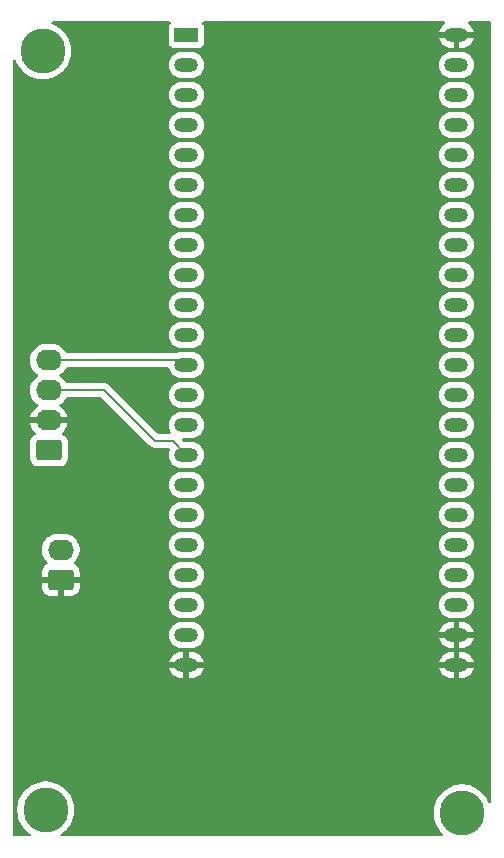
<source format=gbl>
G04 #@! TF.GenerationSoftware,KiCad,Pcbnew,9.0.0*
G04 #@! TF.CreationDate,2025-07-09T15:49:06-04:00*
G04 #@! TF.ProjectId,SMACAR RECEIVER BOARD,534d4143-4152-4205-9245-434549564552,rev?*
G04 #@! TF.SameCoordinates,Original*
G04 #@! TF.FileFunction,Copper,L2,Bot*
G04 #@! TF.FilePolarity,Positive*
%FSLAX46Y46*%
G04 Gerber Fmt 4.6, Leading zero omitted, Abs format (unit mm)*
G04 Created by KiCad (PCBNEW 9.0.0) date 2025-07-09 15:49:06*
%MOMM*%
%LPD*%
G01*
G04 APERTURE LIST*
G04 Aperture macros list*
%AMRoundRect*
0 Rectangle with rounded corners*
0 $1 Rounding radius*
0 $2 $3 $4 $5 $6 $7 $8 $9 X,Y pos of 4 corners*
0 Add a 4 corners polygon primitive as box body*
4,1,4,$2,$3,$4,$5,$6,$7,$8,$9,$2,$3,0*
0 Add four circle primitives for the rounded corners*
1,1,$1+$1,$2,$3*
1,1,$1+$1,$4,$5*
1,1,$1+$1,$6,$7*
1,1,$1+$1,$8,$9*
0 Add four rect primitives between the rounded corners*
20,1,$1+$1,$2,$3,$4,$5,0*
20,1,$1+$1,$4,$5,$6,$7,0*
20,1,$1+$1,$6,$7,$8,$9,0*
20,1,$1+$1,$8,$9,$2,$3,0*%
G04 Aperture macros list end*
G04 #@! TA.AperFunction,ComponentPad*
%ADD10C,3.800000*%
G04 #@! TD*
G04 #@! TA.AperFunction,ComponentPad*
%ADD11RoundRect,0.250000X0.845000X-0.620000X0.845000X0.620000X-0.845000X0.620000X-0.845000X-0.620000X0*%
G04 #@! TD*
G04 #@! TA.AperFunction,ComponentPad*
%ADD12O,2.190000X1.740000*%
G04 #@! TD*
G04 #@! TA.AperFunction,ComponentPad*
%ADD13R,2.000000X1.200000*%
G04 #@! TD*
G04 #@! TA.AperFunction,ComponentPad*
%ADD14O,2.000000X1.200000*%
G04 #@! TD*
G04 #@! TA.AperFunction,Conductor*
%ADD15C,0.200000*%
G04 #@! TD*
G04 APERTURE END LIST*
D10*
G04 #@! TO.P,REF\u002A\u002A,1*
G04 #@! TO.N,N/C*
X126750000Y-116750000D03*
G04 #@! TD*
G04 #@! TO.P,REF\u002A\u002A,1*
G04 #@! TO.N,N/C*
X162000000Y-117000000D03*
G04 #@! TD*
G04 #@! TO.P,REF\u002A\u002A,1*
G04 #@! TO.N,N/C*
X126500000Y-52500000D03*
G04 #@! TD*
D11*
G04 #@! TO.P,J1,1,1*
G04 #@! TO.N,5V*
X127020000Y-86310000D03*
D12*
G04 #@! TO.P,J1,2,2*
G04 #@! TO.N,GND*
X127020000Y-83770000D03*
G04 #@! TO.P,J1,3,3*
G04 #@! TO.N,SCL*
X127020000Y-81230000D03*
G04 #@! TO.P,J1,4,4*
G04 #@! TO.N,SDA*
X127020000Y-78690000D03*
G04 #@! TD*
D13*
G04 #@! TO.P,U1,1,3V3*
G04 #@! TO.N,Net-(D2-A1)*
X138670000Y-51157920D03*
D14*
G04 #@! TO.P,U1,2,3V3*
X138670000Y-53697920D03*
G04 #@! TO.P,U1,3,CHIP_PU*
G04 #@! TO.N,unconnected-(U1-CHIP_PU-Pad3)*
X138670000Y-56237920D03*
G04 #@! TO.P,U1,4,GPIO4/ADC1_CH3*
G04 #@! TO.N,unconnected-(U1-GPIO4{slash}ADC1_CH3-Pad4)*
X138670000Y-58777920D03*
G04 #@! TO.P,U1,5,GPIO5/ADC1_CH4*
G04 #@! TO.N,unconnected-(U1-GPIO5{slash}ADC1_CH4-Pad5)*
X138670000Y-61317920D03*
G04 #@! TO.P,U1,6,GPIO6/ADC1_CH5*
G04 #@! TO.N,unconnected-(U1-GPIO6{slash}ADC1_CH5-Pad6)*
X138670000Y-63857920D03*
G04 #@! TO.P,U1,7,GPIO7/ADC1_CH6*
G04 #@! TO.N,unconnected-(U1-GPIO7{slash}ADC1_CH6-Pad7)*
X138670000Y-66397920D03*
G04 #@! TO.P,U1,8,GPIO15/ADC2_CH4/32K_P*
G04 #@! TO.N,unconnected-(U1-GPIO15{slash}ADC2_CH4{slash}32K_P-Pad8)*
X138670000Y-68937920D03*
G04 #@! TO.P,U1,9,GPIO16/ADC2_CH5/32K_N*
G04 #@! TO.N,unconnected-(U1-GPIO16{slash}ADC2_CH5{slash}32K_N-Pad9)*
X138670000Y-71477920D03*
G04 #@! TO.P,U1,10,GPIO17/ADC2_CH6*
G04 #@! TO.N,unconnected-(U1-GPIO17{slash}ADC2_CH6-Pad10)*
X138670000Y-74017920D03*
G04 #@! TO.P,U1,11,GPIO18/ADC2_CH7*
G04 #@! TO.N,unconnected-(U1-GPIO18{slash}ADC2_CH7-Pad11)*
X138670000Y-76557920D03*
G04 #@! TO.P,U1,12,GPIO8/ADC1_CH7*
G04 #@! TO.N,SDA*
X138670000Y-79097920D03*
G04 #@! TO.P,U1,13,GPIO3/ADC1_CH2*
G04 #@! TO.N,unconnected-(U1-GPIO3{slash}ADC1_CH2-Pad13)*
X138670000Y-81637920D03*
G04 #@! TO.P,U1,14,GPIO46*
G04 #@! TO.N,unconnected-(U1-GPIO46-Pad14)*
X138670000Y-84177920D03*
G04 #@! TO.P,U1,15,GPIO9/ADC1_CH8*
G04 #@! TO.N,SCL*
X138670000Y-86717920D03*
G04 #@! TO.P,U1,16,GPIO10/ADC1_CH9*
G04 #@! TO.N,unconnected-(U1-GPIO10{slash}ADC1_CH9-Pad16)*
X138670000Y-89257920D03*
G04 #@! TO.P,U1,17,GPIO11/ADC2_CH0*
G04 #@! TO.N,unconnected-(U1-GPIO11{slash}ADC2_CH0-Pad17)*
X138670000Y-91797920D03*
G04 #@! TO.P,U1,18,GPIO12/ADC2_CH1*
G04 #@! TO.N,unconnected-(U1-GPIO12{slash}ADC2_CH1-Pad18)*
X138670000Y-94337920D03*
G04 #@! TO.P,U1,19,GPIO13/ADC2_CH2*
G04 #@! TO.N,unconnected-(U1-GPIO13{slash}ADC2_CH2-Pad19)*
X138670000Y-96877920D03*
G04 #@! TO.P,U1,20,GPIO14/ADC2_CH3*
G04 #@! TO.N,unconnected-(U1-GPIO14{slash}ADC2_CH3-Pad20)*
X138666320Y-99415200D03*
G04 #@! TO.P,U1,21,5V*
G04 #@! TO.N,5V*
X138666320Y-101955200D03*
G04 #@! TO.P,U1,22,GND*
G04 #@! TO.N,GND*
X138666320Y-104495200D03*
G04 #@! TO.P,U1,23,GND*
X161530000Y-104497920D03*
G04 #@! TO.P,U1,24,GND*
X161530000Y-101957920D03*
G04 #@! TO.P,U1,25,GPIO19/USB_D-*
G04 #@! TO.N,unconnected-(U1-GPIO19{slash}USB_D--Pad25)*
X161530000Y-99417920D03*
G04 #@! TO.P,U1,26,GPIO20/USB_D+*
G04 #@! TO.N,unconnected-(U1-GPIO20{slash}USB_D+-Pad26)*
X161530000Y-96877920D03*
G04 #@! TO.P,U1,27,GPIO21*
G04 #@! TO.N,unconnected-(U1-GPIO21-Pad27)*
X161530000Y-94337920D03*
G04 #@! TO.P,U1,28,GPIO47*
G04 #@! TO.N,unconnected-(U1-GPIO47-Pad28)*
X161530000Y-91797920D03*
G04 #@! TO.P,U1,29,GPIO48*
G04 #@! TO.N,unconnected-(U1-GPIO48-Pad29)*
X161530000Y-89257920D03*
G04 #@! TO.P,U1,30,GPIO45*
G04 #@! TO.N,unconnected-(U1-GPIO45-Pad30)*
X161530000Y-86717920D03*
G04 #@! TO.P,U1,31,GPIO0*
G04 #@! TO.N,unconnected-(U1-GPIO0-Pad31)*
X161530000Y-84177920D03*
G04 #@! TO.P,U1,32,GPIO35*
G04 #@! TO.N,unconnected-(U1-GPIO35-Pad32)*
X161530000Y-81637920D03*
G04 #@! TO.P,U1,33,GPIO36*
G04 #@! TO.N,unconnected-(U1-GPIO36-Pad33)*
X161530000Y-79097920D03*
G04 #@! TO.P,U1,34,GPIO37*
G04 #@! TO.N,unconnected-(U1-GPIO37-Pad34)*
X161530000Y-76557920D03*
G04 #@! TO.P,U1,35,GPIO38*
G04 #@! TO.N,unconnected-(U1-GPIO38-Pad35)*
X161530000Y-74017920D03*
G04 #@! TO.P,U1,36,GPIO39/MTCK*
G04 #@! TO.N,unconnected-(U1-GPIO39{slash}MTCK-Pad36)*
X161530000Y-71477920D03*
G04 #@! TO.P,U1,37,GPIO40/MTDO*
G04 #@! TO.N,unconnected-(U1-GPIO40{slash}MTDO-Pad37)*
X161530000Y-68937920D03*
G04 #@! TO.P,U1,38,GPIO41/MTDI*
G04 #@! TO.N,unconnected-(U1-GPIO41{slash}MTDI-Pad38)*
X161530000Y-66397920D03*
G04 #@! TO.P,U1,39,GPIO42/MTMS*
G04 #@! TO.N,unconnected-(U1-GPIO42{slash}MTMS-Pad39)*
X161530000Y-63857920D03*
G04 #@! TO.P,U1,40,GPIO2/ADC1_CH1*
G04 #@! TO.N,unconnected-(U1-GPIO2{slash}ADC1_CH1-Pad40)*
X161530000Y-61317920D03*
G04 #@! TO.P,U1,41,GPIO1/ADC1_CH0*
G04 #@! TO.N,unconnected-(U1-GPIO1{slash}ADC1_CH0-Pad41)*
X161530000Y-58777920D03*
G04 #@! TO.P,U1,42,GPIO44/U0RXD*
G04 #@! TO.N,unconnected-(U1-GPIO44{slash}U0RXD-Pad42)*
X161530000Y-56237920D03*
G04 #@! TO.P,U1,43,GPIO43/U0TXD*
G04 #@! TO.N,unconnected-(U1-GPIO43{slash}U0TXD-Pad43)*
X161530000Y-53697920D03*
G04 #@! TO.P,U1,44,GND*
G04 #@! TO.N,GND*
X161530000Y-51157920D03*
G04 #@! TD*
D11*
G04 #@! TO.P,J2,1,Pin_1*
G04 #@! TO.N,GND*
X128020000Y-97270000D03*
D12*
G04 #@! TO.P,J2,2,Pin_2*
G04 #@! TO.N,5V*
X128020000Y-94730000D03*
G04 #@! TD*
D15*
G04 #@! TO.N,SCL*
X138670000Y-86670000D02*
X137500000Y-85500000D01*
X131730000Y-81230000D02*
X127020000Y-81230000D01*
X136000000Y-85500000D02*
X131730000Y-81230000D01*
X137500000Y-85500000D02*
X136000000Y-85500000D01*
X138670000Y-86717920D02*
X138670000Y-86670000D01*
G04 #@! TO.N,SDA*
X127020000Y-78690000D02*
X138262080Y-78690000D01*
X138262080Y-78690000D02*
X138670000Y-79097920D01*
G04 #@! TD*
G04 #@! TA.AperFunction,Conductor*
G04 #@! TO.N,GND*
G36*
X137281397Y-50020185D02*
G01*
X137327152Y-50072989D01*
X137337096Y-50142147D01*
X137313624Y-50198812D01*
X137312455Y-50200372D01*
X137312454Y-50200374D01*
X137271817Y-50254656D01*
X137226204Y-50315588D01*
X137226202Y-50315591D01*
X137175908Y-50450437D01*
X137169501Y-50510036D01*
X137169501Y-50510043D01*
X137169500Y-50510055D01*
X137169500Y-51805790D01*
X137169501Y-51805796D01*
X137175908Y-51865403D01*
X137226202Y-52000248D01*
X137226206Y-52000255D01*
X137312452Y-52115464D01*
X137312455Y-52115467D01*
X137427664Y-52201713D01*
X137427671Y-52201717D01*
X137562517Y-52252011D01*
X137562516Y-52252011D01*
X137569444Y-52252755D01*
X137622127Y-52258420D01*
X139717872Y-52258419D01*
X139777483Y-52252011D01*
X139912331Y-52201716D01*
X140027546Y-52115466D01*
X140113796Y-52000251D01*
X140164091Y-51865403D01*
X140170500Y-51805793D01*
X140170499Y-51108712D01*
X140170499Y-50510049D01*
X140170498Y-50510043D01*
X140170497Y-50510036D01*
X140164091Y-50450437D01*
X140160689Y-50441317D01*
X140113797Y-50315591D01*
X140113795Y-50315588D01*
X140086206Y-50278734D01*
X140027546Y-50200374D01*
X140027544Y-50200372D01*
X140026376Y-50198812D01*
X140001958Y-50133347D01*
X140016809Y-50065074D01*
X140066214Y-50015668D01*
X140125642Y-50000500D01*
X160469988Y-50000500D01*
X160537027Y-50020185D01*
X160582782Y-50072989D01*
X160592726Y-50142147D01*
X160563701Y-50205703D01*
X160542873Y-50224819D01*
X160413397Y-50318887D01*
X160290967Y-50441317D01*
X160189195Y-50581395D01*
X160110591Y-50735664D01*
X160057085Y-50900335D01*
X160055884Y-50907919D01*
X160055885Y-50907920D01*
X161214314Y-50907920D01*
X161209920Y-50912314D01*
X161157259Y-51003526D01*
X161130000Y-51105259D01*
X161130000Y-51210581D01*
X161157259Y-51312314D01*
X161209920Y-51403526D01*
X161214314Y-51407920D01*
X160055885Y-51407920D01*
X160057085Y-51415504D01*
X160110591Y-51580175D01*
X160189195Y-51734444D01*
X160290967Y-51874522D01*
X160413397Y-51996952D01*
X160553475Y-52098724D01*
X160707742Y-52177328D01*
X160872415Y-52230834D01*
X161043429Y-52257920D01*
X161280000Y-52257920D01*
X161280000Y-51473606D01*
X161284394Y-51478000D01*
X161375606Y-51530661D01*
X161477339Y-51557920D01*
X161582661Y-51557920D01*
X161684394Y-51530661D01*
X161775606Y-51478000D01*
X161780000Y-51473606D01*
X161780000Y-52257920D01*
X162016571Y-52257920D01*
X162187584Y-52230834D01*
X162352257Y-52177328D01*
X162506524Y-52098724D01*
X162646602Y-51996952D01*
X162769032Y-51874522D01*
X162870804Y-51734444D01*
X162949408Y-51580175D01*
X163002914Y-51415504D01*
X163004115Y-51407920D01*
X161845686Y-51407920D01*
X161850080Y-51403526D01*
X161902741Y-51312314D01*
X161930000Y-51210581D01*
X161930000Y-51105259D01*
X161902741Y-51003526D01*
X161850080Y-50912314D01*
X161845686Y-50907920D01*
X163004115Y-50907920D01*
X163004115Y-50907919D01*
X163002914Y-50900335D01*
X162949408Y-50735664D01*
X162870804Y-50581395D01*
X162769032Y-50441317D01*
X162646602Y-50318887D01*
X162517127Y-50224819D01*
X162474461Y-50169489D01*
X162468482Y-50099875D01*
X162501087Y-50038080D01*
X162561926Y-50003723D01*
X162590012Y-50000500D01*
X164350500Y-50000500D01*
X164417539Y-50020185D01*
X164463294Y-50072989D01*
X164474500Y-50124500D01*
X164474500Y-116073809D01*
X164454815Y-116140848D01*
X164402011Y-116186603D01*
X164332853Y-116196547D01*
X164269297Y-116167522D01*
X164233459Y-116114764D01*
X164222837Y-116084409D01*
X164221267Y-116079921D01*
X164104284Y-115837003D01*
X163960838Y-115608711D01*
X163792734Y-115397915D01*
X163602085Y-115207266D01*
X163391289Y-115039162D01*
X163162997Y-114895716D01*
X163162994Y-114895714D01*
X162920082Y-114778734D01*
X162665602Y-114689687D01*
X162665594Y-114689684D01*
X162468446Y-114644687D01*
X162402732Y-114629688D01*
X162402728Y-114629687D01*
X162402719Y-114629686D01*
X162134813Y-114599500D01*
X162134809Y-114599500D01*
X161865191Y-114599500D01*
X161865186Y-114599500D01*
X161597280Y-114629686D01*
X161597268Y-114629688D01*
X161334405Y-114689684D01*
X161334397Y-114689687D01*
X161079917Y-114778734D01*
X160837005Y-114895714D01*
X160608712Y-115039161D01*
X160397915Y-115207265D01*
X160207265Y-115397915D01*
X160039161Y-115608712D01*
X159895714Y-115837005D01*
X159778734Y-116079917D01*
X159689687Y-116334397D01*
X159689684Y-116334405D01*
X159629688Y-116597268D01*
X159629686Y-116597280D01*
X159599500Y-116865186D01*
X159599500Y-117134813D01*
X159629686Y-117402719D01*
X159629688Y-117402731D01*
X159689684Y-117665594D01*
X159689687Y-117665602D01*
X159778734Y-117920082D01*
X159895714Y-118162994D01*
X159895716Y-118162997D01*
X160039162Y-118391289D01*
X160159935Y-118542734D01*
X160207265Y-118602084D01*
X160393000Y-118787819D01*
X160426485Y-118849142D01*
X160421501Y-118918834D01*
X160379629Y-118974767D01*
X160314165Y-118999184D01*
X160305319Y-118999500D01*
X128112300Y-118999500D01*
X128045261Y-118979815D01*
X127999506Y-118927011D01*
X127989562Y-118857853D01*
X128018587Y-118794297D01*
X128046328Y-118770506D01*
X128141289Y-118710838D01*
X128352085Y-118542734D01*
X128542734Y-118352085D01*
X128710838Y-118141289D01*
X128854284Y-117912997D01*
X128971267Y-117670079D01*
X129060316Y-117415591D01*
X129120312Y-117152732D01*
X129150500Y-116884809D01*
X129150500Y-116615191D01*
X129120312Y-116347268D01*
X129060316Y-116084409D01*
X128971267Y-115829921D01*
X128893278Y-115667975D01*
X128854285Y-115587005D01*
X128854284Y-115587003D01*
X128710838Y-115358711D01*
X128542734Y-115147915D01*
X128352085Y-114957266D01*
X128141289Y-114789162D01*
X127912997Y-114645716D01*
X127912994Y-114645714D01*
X127670082Y-114528734D01*
X127415602Y-114439687D01*
X127415594Y-114439684D01*
X127218446Y-114394687D01*
X127152732Y-114379688D01*
X127152728Y-114379687D01*
X127152719Y-114379686D01*
X126884813Y-114349500D01*
X126884809Y-114349500D01*
X126615191Y-114349500D01*
X126615186Y-114349500D01*
X126347280Y-114379686D01*
X126347268Y-114379688D01*
X126084405Y-114439684D01*
X126084397Y-114439687D01*
X125829917Y-114528734D01*
X125587005Y-114645714D01*
X125358712Y-114789161D01*
X125147915Y-114957265D01*
X124957265Y-115147915D01*
X124789161Y-115358712D01*
X124645714Y-115587005D01*
X124528734Y-115829917D01*
X124439687Y-116084397D01*
X124439684Y-116084405D01*
X124379688Y-116347268D01*
X124379686Y-116347280D01*
X124349500Y-116615186D01*
X124349500Y-116884813D01*
X124379686Y-117152719D01*
X124379688Y-117152731D01*
X124439684Y-117415594D01*
X124439687Y-117415602D01*
X124528734Y-117670082D01*
X124645714Y-117912994D01*
X124645716Y-117912997D01*
X124789162Y-118141289D01*
X124957266Y-118352085D01*
X125147915Y-118542734D01*
X125358711Y-118710838D01*
X125453672Y-118770506D01*
X125499963Y-118822841D01*
X125510611Y-118891894D01*
X125482236Y-118955743D01*
X125423847Y-118994115D01*
X125387700Y-118999500D01*
X124124500Y-118999500D01*
X124057461Y-118979815D01*
X124011706Y-118927011D01*
X124000500Y-118875500D01*
X124000500Y-104245199D01*
X137192204Y-104245199D01*
X137192205Y-104245200D01*
X138350634Y-104245200D01*
X138346240Y-104249594D01*
X138293579Y-104340806D01*
X138266320Y-104442539D01*
X138266320Y-104547861D01*
X138293579Y-104649594D01*
X138346240Y-104740806D01*
X138350634Y-104745200D01*
X137192205Y-104745200D01*
X137193405Y-104752784D01*
X137246911Y-104917455D01*
X137325515Y-105071724D01*
X137427287Y-105211802D01*
X137549717Y-105334232D01*
X137689795Y-105436004D01*
X137844062Y-105514608D01*
X138008735Y-105568114D01*
X138179749Y-105595200D01*
X138416320Y-105595200D01*
X138416320Y-104810886D01*
X138420714Y-104815280D01*
X138511926Y-104867941D01*
X138613659Y-104895200D01*
X138718981Y-104895200D01*
X138820714Y-104867941D01*
X138911926Y-104815280D01*
X138916320Y-104810886D01*
X138916320Y-105595200D01*
X139152891Y-105595200D01*
X139323904Y-105568114D01*
X139488577Y-105514608D01*
X139642844Y-105436004D01*
X139782922Y-105334232D01*
X139905352Y-105211802D01*
X140007124Y-105071724D01*
X140085728Y-104917455D01*
X140139234Y-104752784D01*
X140139234Y-104752783D01*
X140140435Y-104745200D01*
X138982006Y-104745200D01*
X138986400Y-104740806D01*
X139039061Y-104649594D01*
X139066320Y-104547861D01*
X139066320Y-104442539D01*
X139039061Y-104340806D01*
X138986400Y-104249594D01*
X138984725Y-104247919D01*
X160055884Y-104247919D01*
X160055885Y-104247920D01*
X161214314Y-104247920D01*
X161209920Y-104252314D01*
X161157259Y-104343526D01*
X161130000Y-104445259D01*
X161130000Y-104550581D01*
X161157259Y-104652314D01*
X161209920Y-104743526D01*
X161214314Y-104747920D01*
X160055885Y-104747920D01*
X160057085Y-104755504D01*
X160110591Y-104920175D01*
X160189195Y-105074444D01*
X160290967Y-105214522D01*
X160413397Y-105336952D01*
X160553475Y-105438724D01*
X160707742Y-105517328D01*
X160872415Y-105570834D01*
X161043429Y-105597920D01*
X161280000Y-105597920D01*
X161280000Y-104813606D01*
X161284394Y-104818000D01*
X161375606Y-104870661D01*
X161477339Y-104897920D01*
X161582661Y-104897920D01*
X161684394Y-104870661D01*
X161775606Y-104818000D01*
X161780000Y-104813606D01*
X161780000Y-105597920D01*
X162016571Y-105597920D01*
X162187584Y-105570834D01*
X162352257Y-105517328D01*
X162506524Y-105438724D01*
X162646602Y-105336952D01*
X162769032Y-105214522D01*
X162870804Y-105074444D01*
X162949408Y-104920175D01*
X163002914Y-104755504D01*
X163004115Y-104747920D01*
X161845686Y-104747920D01*
X161850080Y-104743526D01*
X161902741Y-104652314D01*
X161930000Y-104550581D01*
X161930000Y-104445259D01*
X161902741Y-104343526D01*
X161850080Y-104252314D01*
X161845686Y-104247920D01*
X163004115Y-104247920D01*
X163004115Y-104247919D01*
X163002914Y-104240335D01*
X162949408Y-104075664D01*
X162870804Y-103921395D01*
X162769032Y-103781317D01*
X162646602Y-103658887D01*
X162506524Y-103557115D01*
X162352257Y-103478511D01*
X162187584Y-103425005D01*
X162016571Y-103397920D01*
X161780000Y-103397920D01*
X161780000Y-104182234D01*
X161775606Y-104177840D01*
X161684394Y-104125179D01*
X161582661Y-104097920D01*
X161477339Y-104097920D01*
X161375606Y-104125179D01*
X161284394Y-104177840D01*
X161280000Y-104182234D01*
X161280000Y-103397920D01*
X161043429Y-103397920D01*
X160872415Y-103425005D01*
X160707742Y-103478511D01*
X160553475Y-103557115D01*
X160413397Y-103658887D01*
X160290967Y-103781317D01*
X160189195Y-103921395D01*
X160110591Y-104075664D01*
X160057085Y-104240335D01*
X160055884Y-104247919D01*
X138984725Y-104247919D01*
X138982006Y-104245200D01*
X140140435Y-104245200D01*
X140140435Y-104245199D01*
X140139234Y-104237615D01*
X140085728Y-104072944D01*
X140007124Y-103918675D01*
X139905352Y-103778597D01*
X139782922Y-103656167D01*
X139642844Y-103554395D01*
X139488577Y-103475791D01*
X139323904Y-103422285D01*
X139152891Y-103395200D01*
X138916320Y-103395200D01*
X138916320Y-104179514D01*
X138911926Y-104175120D01*
X138820714Y-104122459D01*
X138718981Y-104095200D01*
X138613659Y-104095200D01*
X138511926Y-104122459D01*
X138420714Y-104175120D01*
X138416320Y-104179514D01*
X138416320Y-103395200D01*
X138179749Y-103395200D01*
X138008735Y-103422285D01*
X137844062Y-103475791D01*
X137689795Y-103554395D01*
X137549717Y-103656167D01*
X137427287Y-103778597D01*
X137325515Y-103918675D01*
X137246911Y-104072944D01*
X137193405Y-104237615D01*
X137192204Y-104245199D01*
X124000500Y-104245199D01*
X124000500Y-101868589D01*
X137165820Y-101868589D01*
X137165820Y-102041811D01*
X137192918Y-102212901D01*
X137246447Y-102377645D01*
X137325088Y-102531988D01*
X137426906Y-102672128D01*
X137549392Y-102794614D01*
X137689532Y-102896432D01*
X137843875Y-102975073D01*
X138008619Y-103028602D01*
X138179709Y-103055700D01*
X138179710Y-103055700D01*
X139152930Y-103055700D01*
X139152931Y-103055700D01*
X139324021Y-103028602D01*
X139488765Y-102975073D01*
X139643108Y-102896432D01*
X139783248Y-102794614D01*
X139905734Y-102672128D01*
X140007552Y-102531988D01*
X140086193Y-102377645D01*
X140139722Y-102212901D01*
X140166820Y-102041811D01*
X140166820Y-101868589D01*
X140141372Y-101707919D01*
X160055884Y-101707919D01*
X160055885Y-101707920D01*
X161214314Y-101707920D01*
X161209920Y-101712314D01*
X161157259Y-101803526D01*
X161130000Y-101905259D01*
X161130000Y-102010581D01*
X161157259Y-102112314D01*
X161209920Y-102203526D01*
X161214314Y-102207920D01*
X160055885Y-102207920D01*
X160057085Y-102215504D01*
X160110591Y-102380175D01*
X160189195Y-102534444D01*
X160290967Y-102674522D01*
X160413397Y-102796952D01*
X160553475Y-102898724D01*
X160707742Y-102977328D01*
X160872415Y-103030834D01*
X161043429Y-103057920D01*
X161280000Y-103057920D01*
X161280000Y-102273606D01*
X161284394Y-102278000D01*
X161375606Y-102330661D01*
X161477339Y-102357920D01*
X161582661Y-102357920D01*
X161684394Y-102330661D01*
X161775606Y-102278000D01*
X161780000Y-102273606D01*
X161780000Y-103057920D01*
X162016571Y-103057920D01*
X162187584Y-103030834D01*
X162352257Y-102977328D01*
X162506524Y-102898724D01*
X162646602Y-102796952D01*
X162769032Y-102674522D01*
X162870804Y-102534444D01*
X162949408Y-102380175D01*
X163002914Y-102215504D01*
X163004115Y-102207920D01*
X161845686Y-102207920D01*
X161850080Y-102203526D01*
X161902741Y-102112314D01*
X161930000Y-102010581D01*
X161930000Y-101905259D01*
X161902741Y-101803526D01*
X161850080Y-101712314D01*
X161845686Y-101707920D01*
X163004115Y-101707920D01*
X163004115Y-101707919D01*
X163002914Y-101700335D01*
X162949408Y-101535664D01*
X162870804Y-101381395D01*
X162769032Y-101241317D01*
X162646602Y-101118887D01*
X162506524Y-101017115D01*
X162352257Y-100938511D01*
X162187584Y-100885005D01*
X162016571Y-100857920D01*
X161780000Y-100857920D01*
X161780000Y-101642234D01*
X161775606Y-101637840D01*
X161684394Y-101585179D01*
X161582661Y-101557920D01*
X161477339Y-101557920D01*
X161375606Y-101585179D01*
X161284394Y-101637840D01*
X161280000Y-101642234D01*
X161280000Y-100857920D01*
X161043429Y-100857920D01*
X160872415Y-100885005D01*
X160707742Y-100938511D01*
X160553475Y-101017115D01*
X160413397Y-101118887D01*
X160290967Y-101241317D01*
X160189195Y-101381395D01*
X160110591Y-101535664D01*
X160057085Y-101700335D01*
X160055884Y-101707919D01*
X140141372Y-101707919D01*
X140139722Y-101697499D01*
X140086193Y-101532755D01*
X140007552Y-101378412D01*
X139905734Y-101238272D01*
X139783248Y-101115786D01*
X139643108Y-101013968D01*
X139488765Y-100935327D01*
X139324021Y-100881798D01*
X139324019Y-100881797D01*
X139324018Y-100881797D01*
X139173261Y-100857920D01*
X139152931Y-100854700D01*
X138179709Y-100854700D01*
X138159379Y-100857920D01*
X138008622Y-100881797D01*
X137843872Y-100935328D01*
X137689531Y-101013968D01*
X137609576Y-101072059D01*
X137549392Y-101115786D01*
X137549390Y-101115788D01*
X137549389Y-101115788D01*
X137426908Y-101238269D01*
X137426908Y-101238270D01*
X137426906Y-101238272D01*
X137424694Y-101241317D01*
X137325088Y-101378411D01*
X137246448Y-101532752D01*
X137192917Y-101697502D01*
X137176125Y-101803526D01*
X137165820Y-101868589D01*
X124000500Y-101868589D01*
X124000500Y-99328589D01*
X137165820Y-99328589D01*
X137165820Y-99501811D01*
X137192918Y-99672901D01*
X137246447Y-99837645D01*
X137325088Y-99991988D01*
X137426906Y-100132128D01*
X137549392Y-100254614D01*
X137689532Y-100356432D01*
X137843875Y-100435073D01*
X138008619Y-100488602D01*
X138179709Y-100515700D01*
X138179710Y-100515700D01*
X139152930Y-100515700D01*
X139152931Y-100515700D01*
X139324021Y-100488602D01*
X139488765Y-100435073D01*
X139643108Y-100356432D01*
X139783248Y-100254614D01*
X139905734Y-100132128D01*
X140007552Y-99991988D01*
X140086193Y-99837645D01*
X140139722Y-99672901D01*
X140166820Y-99501811D01*
X140166820Y-99331309D01*
X160029500Y-99331309D01*
X160029500Y-99504530D01*
X160056166Y-99672897D01*
X160056598Y-99675621D01*
X160110127Y-99840365D01*
X160188768Y-99994708D01*
X160290586Y-100134848D01*
X160413072Y-100257334D01*
X160553212Y-100359152D01*
X160707555Y-100437793D01*
X160872299Y-100491322D01*
X161043389Y-100518420D01*
X161043390Y-100518420D01*
X162016610Y-100518420D01*
X162016611Y-100518420D01*
X162187701Y-100491322D01*
X162352445Y-100437793D01*
X162506788Y-100359152D01*
X162646928Y-100257334D01*
X162769414Y-100134848D01*
X162871232Y-99994708D01*
X162949873Y-99840365D01*
X163003402Y-99675621D01*
X163030500Y-99504531D01*
X163030500Y-99331309D01*
X163003402Y-99160219D01*
X162949873Y-98995475D01*
X162871232Y-98841132D01*
X162769414Y-98700992D01*
X162646928Y-98578506D01*
X162506788Y-98476688D01*
X162352445Y-98398047D01*
X162187701Y-98344518D01*
X162187699Y-98344517D01*
X162187698Y-98344517D01*
X162056271Y-98323701D01*
X162016611Y-98317420D01*
X161043389Y-98317420D01*
X161003728Y-98323701D01*
X160872302Y-98344517D01*
X160707552Y-98398048D01*
X160553211Y-98476688D01*
X160473256Y-98534779D01*
X160413072Y-98578506D01*
X160413070Y-98578508D01*
X160413069Y-98578508D01*
X160290588Y-98700989D01*
X160290588Y-98700990D01*
X160290586Y-98700992D01*
X160246859Y-98761176D01*
X160188768Y-98841131D01*
X160110128Y-98995472D01*
X160056597Y-99160222D01*
X160029500Y-99331309D01*
X140166820Y-99331309D01*
X140166820Y-99328589D01*
X140139722Y-99157499D01*
X140086193Y-98992755D01*
X140007552Y-98838412D01*
X139905734Y-98698272D01*
X139783248Y-98575786D01*
X139643108Y-98473968D01*
X139488765Y-98395327D01*
X139324021Y-98341798D01*
X139324019Y-98341797D01*
X139324018Y-98341797D01*
X139170104Y-98317420D01*
X139152931Y-98314700D01*
X138179709Y-98314700D01*
X138162536Y-98317420D01*
X138008622Y-98341797D01*
X137843872Y-98395328D01*
X137689531Y-98473968D01*
X137678043Y-98482315D01*
X137549392Y-98575786D01*
X137549390Y-98575788D01*
X137549389Y-98575788D01*
X137426908Y-98698269D01*
X137426908Y-98698270D01*
X137426906Y-98698272D01*
X137424930Y-98700992D01*
X137325088Y-98838411D01*
X137246448Y-98992752D01*
X137192917Y-99157502D01*
X137165820Y-99328589D01*
X124000500Y-99328589D01*
X124000500Y-94622133D01*
X126424500Y-94622133D01*
X126424500Y-94837866D01*
X126436671Y-94914708D01*
X126458246Y-95050926D01*
X126524908Y-95256089D01*
X126622843Y-95448299D01*
X126749641Y-95622821D01*
X126749643Y-95622823D01*
X126892003Y-95765183D01*
X126925488Y-95826506D01*
X126920504Y-95896198D01*
X126878632Y-95952131D01*
X126856728Y-95965245D01*
X126855885Y-95965637D01*
X126706654Y-96057684D01*
X126582684Y-96181654D01*
X126490643Y-96330875D01*
X126490641Y-96330880D01*
X126435494Y-96497302D01*
X126435493Y-96497309D01*
X126425000Y-96600013D01*
X126425000Y-97020000D01*
X127477291Y-97020000D01*
X127465548Y-97040339D01*
X127425000Y-97191667D01*
X127425000Y-97348333D01*
X127465548Y-97499661D01*
X127477291Y-97520000D01*
X126425001Y-97520000D01*
X126425001Y-97939986D01*
X126435494Y-98042697D01*
X126490641Y-98209119D01*
X126490643Y-98209124D01*
X126582684Y-98358345D01*
X126706654Y-98482315D01*
X126855875Y-98574356D01*
X126855880Y-98574358D01*
X127022302Y-98629505D01*
X127022309Y-98629506D01*
X127125019Y-98639999D01*
X127769999Y-98639999D01*
X127770000Y-98639998D01*
X127770000Y-97812709D01*
X127790339Y-97824452D01*
X127941667Y-97865000D01*
X128098333Y-97865000D01*
X128249661Y-97824452D01*
X128270000Y-97812709D01*
X128270000Y-98639999D01*
X128914972Y-98639999D01*
X128914986Y-98639998D01*
X129017697Y-98629505D01*
X129184119Y-98574358D01*
X129184124Y-98574356D01*
X129333345Y-98482315D01*
X129457315Y-98358345D01*
X129549356Y-98209124D01*
X129549358Y-98209119D01*
X129604505Y-98042697D01*
X129604506Y-98042690D01*
X129614999Y-97939986D01*
X129615000Y-97939973D01*
X129615000Y-97520000D01*
X128562709Y-97520000D01*
X128574452Y-97499661D01*
X128615000Y-97348333D01*
X128615000Y-97191667D01*
X128574452Y-97040339D01*
X128562709Y-97020000D01*
X129614999Y-97020000D01*
X129614999Y-96791309D01*
X137169500Y-96791309D01*
X137169500Y-96964531D01*
X137196598Y-97135621D01*
X137250127Y-97300365D01*
X137328768Y-97454708D01*
X137430586Y-97594848D01*
X137553072Y-97717334D01*
X137693212Y-97819152D01*
X137847555Y-97897793D01*
X138012299Y-97951322D01*
X138183389Y-97978420D01*
X138183390Y-97978420D01*
X139156610Y-97978420D01*
X139156611Y-97978420D01*
X139327701Y-97951322D01*
X139492445Y-97897793D01*
X139646788Y-97819152D01*
X139786928Y-97717334D01*
X139909414Y-97594848D01*
X140011232Y-97454708D01*
X140089873Y-97300365D01*
X140143402Y-97135621D01*
X140170500Y-96964531D01*
X140170500Y-96791309D01*
X160029500Y-96791309D01*
X160029500Y-96964531D01*
X160056598Y-97135621D01*
X160110127Y-97300365D01*
X160188768Y-97454708D01*
X160290586Y-97594848D01*
X160413072Y-97717334D01*
X160553212Y-97819152D01*
X160707555Y-97897793D01*
X160872299Y-97951322D01*
X161043389Y-97978420D01*
X161043390Y-97978420D01*
X162016610Y-97978420D01*
X162016611Y-97978420D01*
X162187701Y-97951322D01*
X162352445Y-97897793D01*
X162506788Y-97819152D01*
X162646928Y-97717334D01*
X162769414Y-97594848D01*
X162871232Y-97454708D01*
X162949873Y-97300365D01*
X163003402Y-97135621D01*
X163030500Y-96964531D01*
X163030500Y-96791309D01*
X163003402Y-96620219D01*
X162949873Y-96455475D01*
X162871232Y-96301132D01*
X162769414Y-96160992D01*
X162646928Y-96038506D01*
X162506788Y-95936688D01*
X162352445Y-95858047D01*
X162187701Y-95804518D01*
X162187699Y-95804517D01*
X162187698Y-95804517D01*
X162056271Y-95783701D01*
X162016611Y-95777420D01*
X161043389Y-95777420D01*
X161003728Y-95783701D01*
X160872302Y-95804517D01*
X160707552Y-95858048D01*
X160553211Y-95936688D01*
X160513367Y-95965637D01*
X160413072Y-96038506D01*
X160413070Y-96038508D01*
X160413069Y-96038508D01*
X160290588Y-96160989D01*
X160290588Y-96160990D01*
X160290586Y-96160992D01*
X160275574Y-96181654D01*
X160188768Y-96301131D01*
X160110128Y-96455472D01*
X160056597Y-96620222D01*
X160041499Y-96715548D01*
X160029500Y-96791309D01*
X140170500Y-96791309D01*
X140143402Y-96620219D01*
X140089873Y-96455475D01*
X140011232Y-96301132D01*
X139909414Y-96160992D01*
X139786928Y-96038506D01*
X139646788Y-95936688D01*
X139492445Y-95858047D01*
X139327701Y-95804518D01*
X139327699Y-95804517D01*
X139327698Y-95804517D01*
X139196271Y-95783701D01*
X139156611Y-95777420D01*
X138183389Y-95777420D01*
X138143728Y-95783701D01*
X138012302Y-95804517D01*
X137847552Y-95858048D01*
X137693211Y-95936688D01*
X137653367Y-95965637D01*
X137553072Y-96038506D01*
X137553070Y-96038508D01*
X137553069Y-96038508D01*
X137430588Y-96160989D01*
X137430588Y-96160990D01*
X137430586Y-96160992D01*
X137415574Y-96181654D01*
X137328768Y-96301131D01*
X137250128Y-96455472D01*
X137196597Y-96620222D01*
X137181499Y-96715548D01*
X137169500Y-96791309D01*
X129614999Y-96791309D01*
X129614999Y-96600028D01*
X129614998Y-96600013D01*
X129604505Y-96497302D01*
X129549358Y-96330880D01*
X129549356Y-96330875D01*
X129457315Y-96181654D01*
X129333345Y-96057684D01*
X129184118Y-95965640D01*
X129183277Y-95965248D01*
X129182796Y-95964824D01*
X129177975Y-95961851D01*
X129178483Y-95961027D01*
X129130836Y-95919078D01*
X129111681Y-95851885D01*
X129131894Y-95785003D01*
X129147987Y-95765192D01*
X129290359Y-95622821D01*
X129417157Y-95448299D01*
X129515092Y-95256089D01*
X129581754Y-95050926D01*
X129603329Y-94914708D01*
X129615500Y-94837866D01*
X129615500Y-94622133D01*
X129581754Y-94409077D01*
X129581754Y-94409076D01*
X129581754Y-94409074D01*
X129530493Y-94251309D01*
X137169500Y-94251309D01*
X137169500Y-94424531D01*
X137196598Y-94595621D01*
X137250127Y-94760365D01*
X137328768Y-94914708D01*
X137430586Y-95054848D01*
X137553072Y-95177334D01*
X137693212Y-95279152D01*
X137847555Y-95357793D01*
X138012299Y-95411322D01*
X138183389Y-95438420D01*
X138183390Y-95438420D01*
X139156610Y-95438420D01*
X139156611Y-95438420D01*
X139327701Y-95411322D01*
X139492445Y-95357793D01*
X139646788Y-95279152D01*
X139786928Y-95177334D01*
X139909414Y-95054848D01*
X140011232Y-94914708D01*
X140089873Y-94760365D01*
X140143402Y-94595621D01*
X140170500Y-94424531D01*
X140170500Y-94251309D01*
X160029500Y-94251309D01*
X160029500Y-94424531D01*
X160056598Y-94595621D01*
X160110127Y-94760365D01*
X160188768Y-94914708D01*
X160290586Y-95054848D01*
X160413072Y-95177334D01*
X160553212Y-95279152D01*
X160707555Y-95357793D01*
X160872299Y-95411322D01*
X161043389Y-95438420D01*
X161043390Y-95438420D01*
X162016610Y-95438420D01*
X162016611Y-95438420D01*
X162187701Y-95411322D01*
X162352445Y-95357793D01*
X162506788Y-95279152D01*
X162646928Y-95177334D01*
X162769414Y-95054848D01*
X162871232Y-94914708D01*
X162949873Y-94760365D01*
X163003402Y-94595621D01*
X163030500Y-94424531D01*
X163030500Y-94251309D01*
X163003402Y-94080219D01*
X162949873Y-93915475D01*
X162871232Y-93761132D01*
X162769414Y-93620992D01*
X162646928Y-93498506D01*
X162506788Y-93396688D01*
X162352445Y-93318047D01*
X162187701Y-93264518D01*
X162187699Y-93264517D01*
X162187698Y-93264517D01*
X162056271Y-93243701D01*
X162016611Y-93237420D01*
X161043389Y-93237420D01*
X161003728Y-93243701D01*
X160872302Y-93264517D01*
X160707552Y-93318048D01*
X160553211Y-93396688D01*
X160473256Y-93454779D01*
X160413072Y-93498506D01*
X160413070Y-93498508D01*
X160413069Y-93498508D01*
X160290588Y-93620989D01*
X160290588Y-93620990D01*
X160290586Y-93620992D01*
X160246859Y-93681176D01*
X160188768Y-93761131D01*
X160110128Y-93915472D01*
X160056597Y-94080222D01*
X160037007Y-94203911D01*
X160029500Y-94251309D01*
X140170500Y-94251309D01*
X140143402Y-94080219D01*
X140089873Y-93915475D01*
X140011232Y-93761132D01*
X139909414Y-93620992D01*
X139786928Y-93498506D01*
X139646788Y-93396688D01*
X139492445Y-93318047D01*
X139327701Y-93264518D01*
X139327699Y-93264517D01*
X139327698Y-93264517D01*
X139196271Y-93243701D01*
X139156611Y-93237420D01*
X138183389Y-93237420D01*
X138143728Y-93243701D01*
X138012302Y-93264517D01*
X137847552Y-93318048D01*
X137693211Y-93396688D01*
X137613256Y-93454779D01*
X137553072Y-93498506D01*
X137553070Y-93498508D01*
X137553069Y-93498508D01*
X137430588Y-93620989D01*
X137430588Y-93620990D01*
X137430586Y-93620992D01*
X137386859Y-93681176D01*
X137328768Y-93761131D01*
X137250128Y-93915472D01*
X137196597Y-94080222D01*
X137177007Y-94203911D01*
X137169500Y-94251309D01*
X129530493Y-94251309D01*
X129515092Y-94203911D01*
X129515090Y-94203908D01*
X129515090Y-94203906D01*
X129417156Y-94011700D01*
X129290359Y-93837179D01*
X129137821Y-93684641D01*
X128963299Y-93557843D01*
X128771089Y-93459908D01*
X128565926Y-93393246D01*
X128565924Y-93393245D01*
X128565922Y-93393245D01*
X128352866Y-93359500D01*
X128352861Y-93359500D01*
X127687139Y-93359500D01*
X127687134Y-93359500D01*
X127474077Y-93393245D01*
X127268908Y-93459909D01*
X127076700Y-93557843D01*
X126989788Y-93620989D01*
X126902179Y-93684641D01*
X126902177Y-93684643D01*
X126902176Y-93684643D01*
X126749643Y-93837176D01*
X126749643Y-93837177D01*
X126749641Y-93837179D01*
X126695186Y-93912129D01*
X126622843Y-94011700D01*
X126524909Y-94203908D01*
X126458245Y-94409077D01*
X126424500Y-94622133D01*
X124000500Y-94622133D01*
X124000500Y-91711309D01*
X137169500Y-91711309D01*
X137169500Y-91884531D01*
X137196598Y-92055621D01*
X137250127Y-92220365D01*
X137328768Y-92374708D01*
X137430586Y-92514848D01*
X137553072Y-92637334D01*
X137693212Y-92739152D01*
X137847555Y-92817793D01*
X138012299Y-92871322D01*
X138183389Y-92898420D01*
X138183390Y-92898420D01*
X139156610Y-92898420D01*
X139156611Y-92898420D01*
X139327701Y-92871322D01*
X139492445Y-92817793D01*
X139646788Y-92739152D01*
X139786928Y-92637334D01*
X139909414Y-92514848D01*
X140011232Y-92374708D01*
X140089873Y-92220365D01*
X140143402Y-92055621D01*
X140170500Y-91884531D01*
X140170500Y-91711309D01*
X160029500Y-91711309D01*
X160029500Y-91884531D01*
X160056598Y-92055621D01*
X160110127Y-92220365D01*
X160188768Y-92374708D01*
X160290586Y-92514848D01*
X160413072Y-92637334D01*
X160553212Y-92739152D01*
X160707555Y-92817793D01*
X160872299Y-92871322D01*
X161043389Y-92898420D01*
X161043390Y-92898420D01*
X162016610Y-92898420D01*
X162016611Y-92898420D01*
X162187701Y-92871322D01*
X162352445Y-92817793D01*
X162506788Y-92739152D01*
X162646928Y-92637334D01*
X162769414Y-92514848D01*
X162871232Y-92374708D01*
X162949873Y-92220365D01*
X163003402Y-92055621D01*
X163030500Y-91884531D01*
X163030500Y-91711309D01*
X163003402Y-91540219D01*
X162949873Y-91375475D01*
X162871232Y-91221132D01*
X162769414Y-91080992D01*
X162646928Y-90958506D01*
X162506788Y-90856688D01*
X162352445Y-90778047D01*
X162187701Y-90724518D01*
X162187699Y-90724517D01*
X162187698Y-90724517D01*
X162056271Y-90703701D01*
X162016611Y-90697420D01*
X161043389Y-90697420D01*
X161003728Y-90703701D01*
X160872302Y-90724517D01*
X160707552Y-90778048D01*
X160553211Y-90856688D01*
X160473256Y-90914779D01*
X160413072Y-90958506D01*
X160413070Y-90958508D01*
X160413069Y-90958508D01*
X160290588Y-91080989D01*
X160290588Y-91080990D01*
X160290586Y-91080992D01*
X160246859Y-91141176D01*
X160188768Y-91221131D01*
X160110128Y-91375472D01*
X160056597Y-91540222D01*
X160029500Y-91711309D01*
X140170500Y-91711309D01*
X140143402Y-91540219D01*
X140089873Y-91375475D01*
X140011232Y-91221132D01*
X139909414Y-91080992D01*
X139786928Y-90958506D01*
X139646788Y-90856688D01*
X139492445Y-90778047D01*
X139327701Y-90724518D01*
X139327699Y-90724517D01*
X139327698Y-90724517D01*
X139196271Y-90703701D01*
X139156611Y-90697420D01*
X138183389Y-90697420D01*
X138143728Y-90703701D01*
X138012302Y-90724517D01*
X137847552Y-90778048D01*
X137693211Y-90856688D01*
X137613256Y-90914779D01*
X137553072Y-90958506D01*
X137553070Y-90958508D01*
X137553069Y-90958508D01*
X137430588Y-91080989D01*
X137430588Y-91080990D01*
X137430586Y-91080992D01*
X137386859Y-91141176D01*
X137328768Y-91221131D01*
X137250128Y-91375472D01*
X137196597Y-91540222D01*
X137169500Y-91711309D01*
X124000500Y-91711309D01*
X124000500Y-89171309D01*
X137169500Y-89171309D01*
X137169500Y-89344531D01*
X137196598Y-89515621D01*
X137250127Y-89680365D01*
X137328768Y-89834708D01*
X137430586Y-89974848D01*
X137553072Y-90097334D01*
X137693212Y-90199152D01*
X137847555Y-90277793D01*
X138012299Y-90331322D01*
X138183389Y-90358420D01*
X138183390Y-90358420D01*
X139156610Y-90358420D01*
X139156611Y-90358420D01*
X139327701Y-90331322D01*
X139492445Y-90277793D01*
X139646788Y-90199152D01*
X139786928Y-90097334D01*
X139909414Y-89974848D01*
X140011232Y-89834708D01*
X140089873Y-89680365D01*
X140143402Y-89515621D01*
X140170500Y-89344531D01*
X140170500Y-89171309D01*
X160029500Y-89171309D01*
X160029500Y-89344531D01*
X160056598Y-89515621D01*
X160110127Y-89680365D01*
X160188768Y-89834708D01*
X160290586Y-89974848D01*
X160413072Y-90097334D01*
X160553212Y-90199152D01*
X160707555Y-90277793D01*
X160872299Y-90331322D01*
X161043389Y-90358420D01*
X161043390Y-90358420D01*
X162016610Y-90358420D01*
X162016611Y-90358420D01*
X162187701Y-90331322D01*
X162352445Y-90277793D01*
X162506788Y-90199152D01*
X162646928Y-90097334D01*
X162769414Y-89974848D01*
X162871232Y-89834708D01*
X162949873Y-89680365D01*
X163003402Y-89515621D01*
X163030500Y-89344531D01*
X163030500Y-89171309D01*
X163003402Y-89000219D01*
X162949873Y-88835475D01*
X162871232Y-88681132D01*
X162769414Y-88540992D01*
X162646928Y-88418506D01*
X162506788Y-88316688D01*
X162352445Y-88238047D01*
X162187701Y-88184518D01*
X162187699Y-88184517D01*
X162187698Y-88184517D01*
X162056271Y-88163701D01*
X162016611Y-88157420D01*
X161043389Y-88157420D01*
X161003728Y-88163701D01*
X160872302Y-88184517D01*
X160707552Y-88238048D01*
X160553211Y-88316688D01*
X160473256Y-88374779D01*
X160413072Y-88418506D01*
X160413070Y-88418508D01*
X160413069Y-88418508D01*
X160290588Y-88540989D01*
X160290588Y-88540990D01*
X160290586Y-88540992D01*
X160246859Y-88601176D01*
X160188768Y-88681131D01*
X160110128Y-88835472D01*
X160056597Y-89000222D01*
X160029500Y-89171309D01*
X140170500Y-89171309D01*
X140143402Y-89000219D01*
X140089873Y-88835475D01*
X140011232Y-88681132D01*
X139909414Y-88540992D01*
X139786928Y-88418506D01*
X139646788Y-88316688D01*
X139492445Y-88238047D01*
X139327701Y-88184518D01*
X139327699Y-88184517D01*
X139327698Y-88184517D01*
X139196271Y-88163701D01*
X139156611Y-88157420D01*
X138183389Y-88157420D01*
X138143728Y-88163701D01*
X138012302Y-88184517D01*
X137847552Y-88238048D01*
X137693211Y-88316688D01*
X137613256Y-88374779D01*
X137553072Y-88418506D01*
X137553070Y-88418508D01*
X137553069Y-88418508D01*
X137430588Y-88540989D01*
X137430588Y-88540990D01*
X137430586Y-88540992D01*
X137386859Y-88601176D01*
X137328768Y-88681131D01*
X137250128Y-88835472D01*
X137196597Y-89000222D01*
X137169500Y-89171309D01*
X124000500Y-89171309D01*
X124000500Y-78582133D01*
X125424500Y-78582133D01*
X125424500Y-78797866D01*
X125431209Y-78840222D01*
X125458246Y-79010926D01*
X125524908Y-79216089D01*
X125622843Y-79408299D01*
X125749641Y-79582821D01*
X125902179Y-79735359D01*
X126011586Y-79814848D01*
X126073294Y-79859682D01*
X126115959Y-79915012D01*
X126121938Y-79984626D01*
X126089332Y-80046421D01*
X126073294Y-80060318D01*
X125902179Y-80184641D01*
X125902177Y-80184643D01*
X125902176Y-80184643D01*
X125749643Y-80337176D01*
X125749643Y-80337177D01*
X125749641Y-80337179D01*
X125695186Y-80412129D01*
X125622843Y-80511700D01*
X125524909Y-80703908D01*
X125458245Y-80909077D01*
X125424500Y-81122133D01*
X125424500Y-81337866D01*
X125431209Y-81380222D01*
X125458246Y-81550926D01*
X125524908Y-81756089D01*
X125622843Y-81948299D01*
X125749641Y-82122821D01*
X125902179Y-82275359D01*
X126011589Y-82354850D01*
X126073720Y-82399991D01*
X126116385Y-82455321D01*
X126122364Y-82524935D01*
X126089758Y-82586730D01*
X126073720Y-82600627D01*
X125902503Y-82725024D01*
X125750025Y-82877502D01*
X125750025Y-82877503D01*
X125623271Y-83051963D01*
X125525372Y-83244098D01*
X125458733Y-83449190D01*
X125447519Y-83520000D01*
X126477291Y-83520000D01*
X126465548Y-83540339D01*
X126425000Y-83691667D01*
X126425000Y-83848333D01*
X126465548Y-83999661D01*
X126477291Y-84020000D01*
X125447519Y-84020000D01*
X125458733Y-84090809D01*
X125525372Y-84295901D01*
X125623271Y-84488036D01*
X125750025Y-84662496D01*
X125750025Y-84662497D01*
X125892107Y-84804579D01*
X125925592Y-84865902D01*
X125920608Y-84935594D01*
X125878736Y-84991527D01*
X125856840Y-85004638D01*
X125855672Y-85005182D01*
X125706342Y-85097289D01*
X125582289Y-85221342D01*
X125490187Y-85370663D01*
X125490185Y-85370668D01*
X125462349Y-85454670D01*
X125435001Y-85537203D01*
X125435001Y-85537204D01*
X125435000Y-85537204D01*
X125424500Y-85639983D01*
X125424500Y-86980001D01*
X125424501Y-86980018D01*
X125435000Y-87082796D01*
X125435001Y-87082799D01*
X125490185Y-87249331D01*
X125490186Y-87249334D01*
X125582288Y-87398656D01*
X125706344Y-87522712D01*
X125855666Y-87614814D01*
X126022203Y-87669999D01*
X126124991Y-87680500D01*
X127915008Y-87680499D01*
X128017797Y-87669999D01*
X128184334Y-87614814D01*
X128333656Y-87522712D01*
X128457712Y-87398656D01*
X128549814Y-87249334D01*
X128604999Y-87082797D01*
X128615500Y-86980009D01*
X128615499Y-85639992D01*
X128604999Y-85537203D01*
X128549814Y-85370666D01*
X128457712Y-85221344D01*
X128333656Y-85097288D01*
X128184334Y-85005186D01*
X128184332Y-85005185D01*
X128184325Y-85005181D01*
X128183165Y-85004640D01*
X128182503Y-85004057D01*
X128178187Y-85001395D01*
X128178642Y-85000657D01*
X128130727Y-84958466D01*
X128111577Y-84891272D01*
X128131795Y-84824392D01*
X128147892Y-84804578D01*
X128289977Y-84662493D01*
X128416728Y-84488036D01*
X128514627Y-84295901D01*
X128581266Y-84090809D01*
X128592481Y-84020000D01*
X127562709Y-84020000D01*
X127574452Y-83999661D01*
X127615000Y-83848333D01*
X127615000Y-83691667D01*
X127574452Y-83540339D01*
X127562709Y-83520000D01*
X128592481Y-83520000D01*
X128581266Y-83449190D01*
X128514627Y-83244098D01*
X128416728Y-83051963D01*
X128289974Y-82877503D01*
X128289974Y-82877502D01*
X128137497Y-82725025D01*
X127966279Y-82600627D01*
X127923614Y-82545297D01*
X127917635Y-82475683D01*
X127950241Y-82413888D01*
X127966280Y-82399991D01*
X128028411Y-82354850D01*
X128137821Y-82275359D01*
X128290359Y-82122821D01*
X128417157Y-81948299D01*
X128442680Y-81898205D01*
X128490654Y-81847410D01*
X128553165Y-81830500D01*
X131429903Y-81830500D01*
X131496942Y-81850185D01*
X131517584Y-81866819D01*
X135515139Y-85864374D01*
X135515149Y-85864385D01*
X135519479Y-85868715D01*
X135519480Y-85868716D01*
X135631284Y-85980520D01*
X135631286Y-85980521D01*
X135631290Y-85980524D01*
X135696987Y-86018454D01*
X135696991Y-86018455D01*
X135696992Y-86018456D01*
X135768215Y-86059577D01*
X135920943Y-86100501D01*
X135920946Y-86100501D01*
X136086653Y-86100501D01*
X136086669Y-86100500D01*
X137147122Y-86100500D01*
X137214161Y-86120185D01*
X137259916Y-86172989D01*
X137269860Y-86242147D01*
X137257607Y-86280794D01*
X137250130Y-86295467D01*
X137250126Y-86295477D01*
X137196597Y-86460222D01*
X137169500Y-86631309D01*
X137169500Y-86804531D01*
X137196598Y-86975621D01*
X137250127Y-87140365D01*
X137328768Y-87294708D01*
X137430586Y-87434848D01*
X137553072Y-87557334D01*
X137693212Y-87659152D01*
X137847555Y-87737793D01*
X138012299Y-87791322D01*
X138183389Y-87818420D01*
X138183390Y-87818420D01*
X139156610Y-87818420D01*
X139156611Y-87818420D01*
X139327701Y-87791322D01*
X139492445Y-87737793D01*
X139646788Y-87659152D01*
X139786928Y-87557334D01*
X139909414Y-87434848D01*
X140011232Y-87294708D01*
X140089873Y-87140365D01*
X140143402Y-86975621D01*
X140170500Y-86804531D01*
X140170500Y-86631309D01*
X160029500Y-86631309D01*
X160029500Y-86804531D01*
X160056598Y-86975621D01*
X160110127Y-87140365D01*
X160188768Y-87294708D01*
X160290586Y-87434848D01*
X160413072Y-87557334D01*
X160553212Y-87659152D01*
X160707555Y-87737793D01*
X160872299Y-87791322D01*
X161043389Y-87818420D01*
X161043390Y-87818420D01*
X162016610Y-87818420D01*
X162016611Y-87818420D01*
X162187701Y-87791322D01*
X162352445Y-87737793D01*
X162506788Y-87659152D01*
X162646928Y-87557334D01*
X162769414Y-87434848D01*
X162871232Y-87294708D01*
X162949873Y-87140365D01*
X163003402Y-86975621D01*
X163030500Y-86804531D01*
X163030500Y-86631309D01*
X163003402Y-86460219D01*
X162949873Y-86295475D01*
X162871232Y-86141132D01*
X162769414Y-86000992D01*
X162646928Y-85878506D01*
X162506788Y-85776688D01*
X162352445Y-85698047D01*
X162187701Y-85644518D01*
X162187699Y-85644517D01*
X162187698Y-85644517D01*
X162056271Y-85623701D01*
X162016611Y-85617420D01*
X161043389Y-85617420D01*
X161003728Y-85623701D01*
X160872302Y-85644517D01*
X160707552Y-85698048D01*
X160553211Y-85776688D01*
X160473256Y-85834779D01*
X160413072Y-85878506D01*
X160413070Y-85878508D01*
X160413069Y-85878508D01*
X160290588Y-86000989D01*
X160290588Y-86000990D01*
X160290586Y-86000992D01*
X160277899Y-86018454D01*
X160188768Y-86141131D01*
X160110128Y-86295472D01*
X160056597Y-86460222D01*
X160029500Y-86631309D01*
X140170500Y-86631309D01*
X140143402Y-86460219D01*
X140089873Y-86295475D01*
X140011232Y-86141132D01*
X139909414Y-86000992D01*
X139786928Y-85878506D01*
X139646788Y-85776688D01*
X139492445Y-85698047D01*
X139327701Y-85644518D01*
X139327699Y-85644517D01*
X139327698Y-85644517D01*
X139196271Y-85623701D01*
X139156611Y-85617420D01*
X139156610Y-85617420D01*
X138518017Y-85617420D01*
X138488576Y-85608775D01*
X138458590Y-85602252D01*
X138453574Y-85598497D01*
X138450978Y-85597735D01*
X138430336Y-85581101D01*
X138339336Y-85490101D01*
X138305851Y-85428778D01*
X138310835Y-85359086D01*
X138352707Y-85303153D01*
X138418171Y-85278736D01*
X138427017Y-85278420D01*
X139156610Y-85278420D01*
X139156611Y-85278420D01*
X139327701Y-85251322D01*
X139492445Y-85197793D01*
X139646788Y-85119152D01*
X139786928Y-85017334D01*
X139909414Y-84894848D01*
X140011232Y-84754708D01*
X140089873Y-84600365D01*
X140143402Y-84435621D01*
X140170500Y-84264531D01*
X140170500Y-84091309D01*
X160029500Y-84091309D01*
X160029500Y-84264531D01*
X160056598Y-84435621D01*
X160110127Y-84600365D01*
X160188768Y-84754708D01*
X160290586Y-84894848D01*
X160413072Y-85017334D01*
X160553212Y-85119152D01*
X160707555Y-85197793D01*
X160872299Y-85251322D01*
X161043389Y-85278420D01*
X161043390Y-85278420D01*
X162016610Y-85278420D01*
X162016611Y-85278420D01*
X162187701Y-85251322D01*
X162352445Y-85197793D01*
X162506788Y-85119152D01*
X162646928Y-85017334D01*
X162769414Y-84894848D01*
X162871232Y-84754708D01*
X162949873Y-84600365D01*
X163003402Y-84435621D01*
X163030500Y-84264531D01*
X163030500Y-84091309D01*
X163003402Y-83920219D01*
X162949873Y-83755475D01*
X162871232Y-83601132D01*
X162769414Y-83460992D01*
X162646928Y-83338506D01*
X162506788Y-83236688D01*
X162352445Y-83158047D01*
X162187701Y-83104518D01*
X162187699Y-83104517D01*
X162187698Y-83104517D01*
X162056271Y-83083701D01*
X162016611Y-83077420D01*
X161043389Y-83077420D01*
X161003728Y-83083701D01*
X160872302Y-83104517D01*
X160707552Y-83158048D01*
X160553211Y-83236688D01*
X160474491Y-83293882D01*
X160413072Y-83338506D01*
X160413070Y-83338508D01*
X160413069Y-83338508D01*
X160290588Y-83460989D01*
X160290588Y-83460990D01*
X160290586Y-83460992D01*
X160247714Y-83520000D01*
X160188768Y-83601131D01*
X160110128Y-83755472D01*
X160056597Y-83920222D01*
X160040794Y-84020000D01*
X160029500Y-84091309D01*
X140170500Y-84091309D01*
X140143402Y-83920219D01*
X140089873Y-83755475D01*
X140011232Y-83601132D01*
X139909414Y-83460992D01*
X139786928Y-83338506D01*
X139646788Y-83236688D01*
X139492445Y-83158047D01*
X139327701Y-83104518D01*
X139327699Y-83104517D01*
X139327698Y-83104517D01*
X139196271Y-83083701D01*
X139156611Y-83077420D01*
X138183389Y-83077420D01*
X138143728Y-83083701D01*
X138012302Y-83104517D01*
X137847552Y-83158048D01*
X137693211Y-83236688D01*
X137614491Y-83293882D01*
X137553072Y-83338506D01*
X137553070Y-83338508D01*
X137553069Y-83338508D01*
X137430588Y-83460989D01*
X137430588Y-83460990D01*
X137430586Y-83460992D01*
X137387714Y-83520000D01*
X137328768Y-83601131D01*
X137250128Y-83755472D01*
X137196597Y-83920222D01*
X137180794Y-84020000D01*
X137169500Y-84091309D01*
X137169500Y-84264531D01*
X137196598Y-84435621D01*
X137250127Y-84600365D01*
X137310679Y-84719206D01*
X137323575Y-84787874D01*
X137297299Y-84852615D01*
X137240192Y-84892872D01*
X137200194Y-84899500D01*
X136300097Y-84899500D01*
X136233058Y-84879815D01*
X136212416Y-84863181D01*
X132900544Y-81551309D01*
X137169500Y-81551309D01*
X137169500Y-81724530D01*
X137189401Y-81850185D01*
X137196598Y-81895621D01*
X137250127Y-82060365D01*
X137328768Y-82214708D01*
X137430586Y-82354848D01*
X137553072Y-82477334D01*
X137693212Y-82579152D01*
X137847555Y-82657793D01*
X138012299Y-82711322D01*
X138183389Y-82738420D01*
X138183390Y-82738420D01*
X139156610Y-82738420D01*
X139156611Y-82738420D01*
X139327701Y-82711322D01*
X139492445Y-82657793D01*
X139646788Y-82579152D01*
X139786928Y-82477334D01*
X139909414Y-82354848D01*
X140011232Y-82214708D01*
X140089873Y-82060365D01*
X140143402Y-81895621D01*
X140170500Y-81724531D01*
X140170500Y-81551309D01*
X160029500Y-81551309D01*
X160029500Y-81724530D01*
X160049401Y-81850185D01*
X160056598Y-81895621D01*
X160110127Y-82060365D01*
X160188768Y-82214708D01*
X160290586Y-82354848D01*
X160413072Y-82477334D01*
X160553212Y-82579152D01*
X160707555Y-82657793D01*
X160872299Y-82711322D01*
X161043389Y-82738420D01*
X161043390Y-82738420D01*
X162016610Y-82738420D01*
X162016611Y-82738420D01*
X162187701Y-82711322D01*
X162352445Y-82657793D01*
X162506788Y-82579152D01*
X162646928Y-82477334D01*
X162769414Y-82354848D01*
X162871232Y-82214708D01*
X162949873Y-82060365D01*
X163003402Y-81895621D01*
X163030500Y-81724531D01*
X163030500Y-81551309D01*
X163003402Y-81380219D01*
X162949873Y-81215475D01*
X162871232Y-81061132D01*
X162769414Y-80920992D01*
X162646928Y-80798506D01*
X162506788Y-80696688D01*
X162352445Y-80618047D01*
X162187701Y-80564518D01*
X162187699Y-80564517D01*
X162187698Y-80564517D01*
X162056271Y-80543701D01*
X162016611Y-80537420D01*
X161043389Y-80537420D01*
X161003728Y-80543701D01*
X160872302Y-80564517D01*
X160707552Y-80618048D01*
X160553211Y-80696688D01*
X160543270Y-80703911D01*
X160413072Y-80798506D01*
X160413070Y-80798508D01*
X160413069Y-80798508D01*
X160290588Y-80920989D01*
X160290588Y-80920990D01*
X160290586Y-80920992D01*
X160246859Y-80981176D01*
X160188768Y-81061131D01*
X160110128Y-81215472D01*
X160056597Y-81380222D01*
X160029500Y-81551309D01*
X140170500Y-81551309D01*
X140143402Y-81380219D01*
X140089873Y-81215475D01*
X140011232Y-81061132D01*
X139909414Y-80920992D01*
X139786928Y-80798506D01*
X139646788Y-80696688D01*
X139492445Y-80618047D01*
X139327701Y-80564518D01*
X139327699Y-80564517D01*
X139327698Y-80564517D01*
X139196271Y-80543701D01*
X139156611Y-80537420D01*
X138183389Y-80537420D01*
X138143728Y-80543701D01*
X138012302Y-80564517D01*
X137847552Y-80618048D01*
X137693211Y-80696688D01*
X137683270Y-80703911D01*
X137553072Y-80798506D01*
X137553070Y-80798508D01*
X137553069Y-80798508D01*
X137430588Y-80920989D01*
X137430588Y-80920990D01*
X137430586Y-80920992D01*
X137386859Y-80981176D01*
X137328768Y-81061131D01*
X137250128Y-81215472D01*
X137196597Y-81380222D01*
X137169500Y-81551309D01*
X132900544Y-81551309D01*
X132217590Y-80868355D01*
X132217588Y-80868352D01*
X132098717Y-80749481D01*
X132098709Y-80749475D01*
X132007278Y-80696688D01*
X132007276Y-80696687D01*
X131961790Y-80670425D01*
X131961789Y-80670424D01*
X131949263Y-80667067D01*
X131809057Y-80629499D01*
X131650943Y-80629499D01*
X131643347Y-80629499D01*
X131643331Y-80629500D01*
X128553165Y-80629500D01*
X128486126Y-80609815D01*
X128442680Y-80561794D01*
X128430261Y-80537420D01*
X128417157Y-80511701D01*
X128290359Y-80337179D01*
X128137821Y-80184641D01*
X127966704Y-80060317D01*
X127924040Y-80004988D01*
X127918061Y-79935374D01*
X127950667Y-79873580D01*
X127966702Y-79859684D01*
X128137821Y-79735359D01*
X128290359Y-79582821D01*
X128417157Y-79408299D01*
X128442680Y-79358205D01*
X128490654Y-79307410D01*
X128553165Y-79290500D01*
X137085348Y-79290500D01*
X137152387Y-79310185D01*
X137198142Y-79362989D01*
X137203277Y-79376177D01*
X137250127Y-79520365D01*
X137328768Y-79674708D01*
X137430586Y-79814848D01*
X137553072Y-79937334D01*
X137693212Y-80039152D01*
X137847555Y-80117793D01*
X138012299Y-80171322D01*
X138183389Y-80198420D01*
X138183390Y-80198420D01*
X139156610Y-80198420D01*
X139156611Y-80198420D01*
X139327701Y-80171322D01*
X139492445Y-80117793D01*
X139646788Y-80039152D01*
X139786928Y-79937334D01*
X139909414Y-79814848D01*
X140011232Y-79674708D01*
X140089873Y-79520365D01*
X140143402Y-79355621D01*
X140170500Y-79184531D01*
X140170500Y-79011309D01*
X160029500Y-79011309D01*
X160029500Y-79184530D01*
X160049401Y-79310185D01*
X160056598Y-79355621D01*
X160110127Y-79520365D01*
X160188768Y-79674708D01*
X160290586Y-79814848D01*
X160413072Y-79937334D01*
X160553212Y-80039152D01*
X160707555Y-80117793D01*
X160872299Y-80171322D01*
X161043389Y-80198420D01*
X161043390Y-80198420D01*
X162016610Y-80198420D01*
X162016611Y-80198420D01*
X162187701Y-80171322D01*
X162352445Y-80117793D01*
X162506788Y-80039152D01*
X162646928Y-79937334D01*
X162769414Y-79814848D01*
X162871232Y-79674708D01*
X162949873Y-79520365D01*
X163003402Y-79355621D01*
X163030500Y-79184531D01*
X163030500Y-79011309D01*
X163003402Y-78840219D01*
X162949873Y-78675475D01*
X162871232Y-78521132D01*
X162769414Y-78380992D01*
X162646928Y-78258506D01*
X162506788Y-78156688D01*
X162356109Y-78079914D01*
X162352447Y-78078048D01*
X162352446Y-78078047D01*
X162352445Y-78078047D01*
X162187701Y-78024518D01*
X162187699Y-78024517D01*
X162187698Y-78024517D01*
X162056271Y-78003701D01*
X162016611Y-77997420D01*
X161043389Y-77997420D01*
X161003728Y-78003701D01*
X160872302Y-78024517D01*
X160707552Y-78078048D01*
X160553211Y-78156688D01*
X160543270Y-78163911D01*
X160413072Y-78258506D01*
X160413070Y-78258508D01*
X160413069Y-78258508D01*
X160290588Y-78380989D01*
X160290588Y-78380990D01*
X160290586Y-78380992D01*
X160246859Y-78441176D01*
X160188768Y-78521131D01*
X160110128Y-78675472D01*
X160056597Y-78840222D01*
X160029500Y-79011309D01*
X140170500Y-79011309D01*
X140143402Y-78840219D01*
X140089873Y-78675475D01*
X140011232Y-78521132D01*
X139909414Y-78380992D01*
X139786928Y-78258506D01*
X139646788Y-78156688D01*
X139496109Y-78079914D01*
X139492447Y-78078048D01*
X139492446Y-78078047D01*
X139492445Y-78078047D01*
X139327701Y-78024518D01*
X139327699Y-78024517D01*
X139327698Y-78024517D01*
X139196271Y-78003701D01*
X139156611Y-77997420D01*
X138183389Y-77997420D01*
X138143728Y-78003701D01*
X138012302Y-78024517D01*
X137847547Y-78078049D01*
X137843046Y-78079914D01*
X137842334Y-78078195D01*
X137795307Y-78089500D01*
X128553165Y-78089500D01*
X128486126Y-78069815D01*
X128442680Y-78021794D01*
X128430261Y-77997420D01*
X128417157Y-77971701D01*
X128290359Y-77797179D01*
X128137821Y-77644641D01*
X127963299Y-77517843D01*
X127771089Y-77419908D01*
X127565926Y-77353246D01*
X127565924Y-77353245D01*
X127565922Y-77353245D01*
X127352866Y-77319500D01*
X127352861Y-77319500D01*
X126687139Y-77319500D01*
X126687134Y-77319500D01*
X126474077Y-77353245D01*
X126268908Y-77419909D01*
X126076700Y-77517843D01*
X125994190Y-77577791D01*
X125902179Y-77644641D01*
X125902177Y-77644643D01*
X125902176Y-77644643D01*
X125749643Y-77797176D01*
X125749643Y-77797177D01*
X125749641Y-77797179D01*
X125695186Y-77872129D01*
X125622843Y-77971700D01*
X125524909Y-78163908D01*
X125458245Y-78369077D01*
X125424500Y-78582133D01*
X124000500Y-78582133D01*
X124000500Y-76471309D01*
X137169500Y-76471309D01*
X137169500Y-76644531D01*
X137196598Y-76815621D01*
X137250127Y-76980365D01*
X137328768Y-77134708D01*
X137430586Y-77274848D01*
X137553072Y-77397334D01*
X137693212Y-77499152D01*
X137847555Y-77577793D01*
X138012299Y-77631322D01*
X138183389Y-77658420D01*
X138183390Y-77658420D01*
X139156610Y-77658420D01*
X139156611Y-77658420D01*
X139327701Y-77631322D01*
X139492445Y-77577793D01*
X139646788Y-77499152D01*
X139786928Y-77397334D01*
X139909414Y-77274848D01*
X140011232Y-77134708D01*
X140089873Y-76980365D01*
X140143402Y-76815621D01*
X140170500Y-76644531D01*
X140170500Y-76471309D01*
X160029500Y-76471309D01*
X160029500Y-76644531D01*
X160056598Y-76815621D01*
X160110127Y-76980365D01*
X160188768Y-77134708D01*
X160290586Y-77274848D01*
X160413072Y-77397334D01*
X160553212Y-77499152D01*
X160707555Y-77577793D01*
X160872299Y-77631322D01*
X161043389Y-77658420D01*
X161043390Y-77658420D01*
X162016610Y-77658420D01*
X162016611Y-77658420D01*
X162187701Y-77631322D01*
X162352445Y-77577793D01*
X162506788Y-77499152D01*
X162646928Y-77397334D01*
X162769414Y-77274848D01*
X162871232Y-77134708D01*
X162949873Y-76980365D01*
X163003402Y-76815621D01*
X163030500Y-76644531D01*
X163030500Y-76471309D01*
X163003402Y-76300219D01*
X162949873Y-76135475D01*
X162871232Y-75981132D01*
X162769414Y-75840992D01*
X162646928Y-75718506D01*
X162506788Y-75616688D01*
X162352445Y-75538047D01*
X162187701Y-75484518D01*
X162187699Y-75484517D01*
X162187698Y-75484517D01*
X162056271Y-75463701D01*
X162016611Y-75457420D01*
X161043389Y-75457420D01*
X161003728Y-75463701D01*
X160872302Y-75484517D01*
X160707552Y-75538048D01*
X160553211Y-75616688D01*
X160473256Y-75674779D01*
X160413072Y-75718506D01*
X160413070Y-75718508D01*
X160413069Y-75718508D01*
X160290588Y-75840989D01*
X160290588Y-75840990D01*
X160290586Y-75840992D01*
X160246859Y-75901176D01*
X160188768Y-75981131D01*
X160110128Y-76135472D01*
X160056597Y-76300222D01*
X160029500Y-76471309D01*
X140170500Y-76471309D01*
X140143402Y-76300219D01*
X140089873Y-76135475D01*
X140011232Y-75981132D01*
X139909414Y-75840992D01*
X139786928Y-75718506D01*
X139646788Y-75616688D01*
X139492445Y-75538047D01*
X139327701Y-75484518D01*
X139327699Y-75484517D01*
X139327698Y-75484517D01*
X139196271Y-75463701D01*
X139156611Y-75457420D01*
X138183389Y-75457420D01*
X138143728Y-75463701D01*
X138012302Y-75484517D01*
X137847552Y-75538048D01*
X137693211Y-75616688D01*
X137613256Y-75674779D01*
X137553072Y-75718506D01*
X137553070Y-75718508D01*
X137553069Y-75718508D01*
X137430588Y-75840989D01*
X137430588Y-75840990D01*
X137430586Y-75840992D01*
X137386859Y-75901176D01*
X137328768Y-75981131D01*
X137250128Y-76135472D01*
X137196597Y-76300222D01*
X137169500Y-76471309D01*
X124000500Y-76471309D01*
X124000500Y-73931309D01*
X137169500Y-73931309D01*
X137169500Y-74104531D01*
X137196598Y-74275621D01*
X137250127Y-74440365D01*
X137328768Y-74594708D01*
X137430586Y-74734848D01*
X137553072Y-74857334D01*
X137693212Y-74959152D01*
X137847555Y-75037793D01*
X138012299Y-75091322D01*
X138183389Y-75118420D01*
X138183390Y-75118420D01*
X139156610Y-75118420D01*
X139156611Y-75118420D01*
X139327701Y-75091322D01*
X139492445Y-75037793D01*
X139646788Y-74959152D01*
X139786928Y-74857334D01*
X139909414Y-74734848D01*
X140011232Y-74594708D01*
X140089873Y-74440365D01*
X140143402Y-74275621D01*
X140170500Y-74104531D01*
X140170500Y-73931309D01*
X160029500Y-73931309D01*
X160029500Y-74104531D01*
X160056598Y-74275621D01*
X160110127Y-74440365D01*
X160188768Y-74594708D01*
X160290586Y-74734848D01*
X160413072Y-74857334D01*
X160553212Y-74959152D01*
X160707555Y-75037793D01*
X160872299Y-75091322D01*
X161043389Y-75118420D01*
X161043390Y-75118420D01*
X162016610Y-75118420D01*
X162016611Y-75118420D01*
X162187701Y-75091322D01*
X162352445Y-75037793D01*
X162506788Y-74959152D01*
X162646928Y-74857334D01*
X162769414Y-74734848D01*
X162871232Y-74594708D01*
X162949873Y-74440365D01*
X163003402Y-74275621D01*
X163030500Y-74104531D01*
X163030500Y-73931309D01*
X163003402Y-73760219D01*
X162949873Y-73595475D01*
X162871232Y-73441132D01*
X162769414Y-73300992D01*
X162646928Y-73178506D01*
X162506788Y-73076688D01*
X162352445Y-72998047D01*
X162187701Y-72944518D01*
X162187699Y-72944517D01*
X162187698Y-72944517D01*
X162056271Y-72923701D01*
X162016611Y-72917420D01*
X161043389Y-72917420D01*
X161003728Y-72923701D01*
X160872302Y-72944517D01*
X160707552Y-72998048D01*
X160553211Y-73076688D01*
X160473256Y-73134779D01*
X160413072Y-73178506D01*
X160413070Y-73178508D01*
X160413069Y-73178508D01*
X160290588Y-73300989D01*
X160290588Y-73300990D01*
X160290586Y-73300992D01*
X160246859Y-73361176D01*
X160188768Y-73441131D01*
X160110128Y-73595472D01*
X160056597Y-73760222D01*
X160029500Y-73931309D01*
X140170500Y-73931309D01*
X140143402Y-73760219D01*
X140089873Y-73595475D01*
X140011232Y-73441132D01*
X139909414Y-73300992D01*
X139786928Y-73178506D01*
X139646788Y-73076688D01*
X139492445Y-72998047D01*
X139327701Y-72944518D01*
X139327699Y-72944517D01*
X139327698Y-72944517D01*
X139196271Y-72923701D01*
X139156611Y-72917420D01*
X138183389Y-72917420D01*
X138143728Y-72923701D01*
X138012302Y-72944517D01*
X137847552Y-72998048D01*
X137693211Y-73076688D01*
X137613256Y-73134779D01*
X137553072Y-73178506D01*
X137553070Y-73178508D01*
X137553069Y-73178508D01*
X137430588Y-73300989D01*
X137430588Y-73300990D01*
X137430586Y-73300992D01*
X137386859Y-73361176D01*
X137328768Y-73441131D01*
X137250128Y-73595472D01*
X137196597Y-73760222D01*
X137169500Y-73931309D01*
X124000500Y-73931309D01*
X124000500Y-71391309D01*
X137169500Y-71391309D01*
X137169500Y-71564531D01*
X137196598Y-71735621D01*
X137250127Y-71900365D01*
X137328768Y-72054708D01*
X137430586Y-72194848D01*
X137553072Y-72317334D01*
X137693212Y-72419152D01*
X137847555Y-72497793D01*
X138012299Y-72551322D01*
X138183389Y-72578420D01*
X138183390Y-72578420D01*
X139156610Y-72578420D01*
X139156611Y-72578420D01*
X139327701Y-72551322D01*
X139492445Y-72497793D01*
X139646788Y-72419152D01*
X139786928Y-72317334D01*
X139909414Y-72194848D01*
X140011232Y-72054708D01*
X140089873Y-71900365D01*
X140143402Y-71735621D01*
X140170500Y-71564531D01*
X140170500Y-71391309D01*
X160029500Y-71391309D01*
X160029500Y-71564531D01*
X160056598Y-71735621D01*
X160110127Y-71900365D01*
X160188768Y-72054708D01*
X160290586Y-72194848D01*
X160413072Y-72317334D01*
X160553212Y-72419152D01*
X160707555Y-72497793D01*
X160872299Y-72551322D01*
X161043389Y-72578420D01*
X161043390Y-72578420D01*
X162016610Y-72578420D01*
X162016611Y-72578420D01*
X162187701Y-72551322D01*
X162352445Y-72497793D01*
X162506788Y-72419152D01*
X162646928Y-72317334D01*
X162769414Y-72194848D01*
X162871232Y-72054708D01*
X162949873Y-71900365D01*
X163003402Y-71735621D01*
X163030500Y-71564531D01*
X163030500Y-71391309D01*
X163003402Y-71220219D01*
X162949873Y-71055475D01*
X162871232Y-70901132D01*
X162769414Y-70760992D01*
X162646928Y-70638506D01*
X162506788Y-70536688D01*
X162352445Y-70458047D01*
X162187701Y-70404518D01*
X162187699Y-70404517D01*
X162187698Y-70404517D01*
X162056271Y-70383701D01*
X162016611Y-70377420D01*
X161043389Y-70377420D01*
X161003728Y-70383701D01*
X160872302Y-70404517D01*
X160707552Y-70458048D01*
X160553211Y-70536688D01*
X160473256Y-70594779D01*
X160413072Y-70638506D01*
X160413070Y-70638508D01*
X160413069Y-70638508D01*
X160290588Y-70760989D01*
X160290588Y-70760990D01*
X160290586Y-70760992D01*
X160246859Y-70821176D01*
X160188768Y-70901131D01*
X160110128Y-71055472D01*
X160056597Y-71220222D01*
X160029500Y-71391309D01*
X140170500Y-71391309D01*
X140143402Y-71220219D01*
X140089873Y-71055475D01*
X140011232Y-70901132D01*
X139909414Y-70760992D01*
X139786928Y-70638506D01*
X139646788Y-70536688D01*
X139492445Y-70458047D01*
X139327701Y-70404518D01*
X139327699Y-70404517D01*
X139327698Y-70404517D01*
X139196271Y-70383701D01*
X139156611Y-70377420D01*
X138183389Y-70377420D01*
X138143728Y-70383701D01*
X138012302Y-70404517D01*
X137847552Y-70458048D01*
X137693211Y-70536688D01*
X137613256Y-70594779D01*
X137553072Y-70638506D01*
X137553070Y-70638508D01*
X137553069Y-70638508D01*
X137430588Y-70760989D01*
X137430588Y-70760990D01*
X137430586Y-70760992D01*
X137386859Y-70821176D01*
X137328768Y-70901131D01*
X137250128Y-71055472D01*
X137196597Y-71220222D01*
X137169500Y-71391309D01*
X124000500Y-71391309D01*
X124000500Y-68851309D01*
X137169500Y-68851309D01*
X137169500Y-69024531D01*
X137196598Y-69195621D01*
X137250127Y-69360365D01*
X137328768Y-69514708D01*
X137430586Y-69654848D01*
X137553072Y-69777334D01*
X137693212Y-69879152D01*
X137847555Y-69957793D01*
X138012299Y-70011322D01*
X138183389Y-70038420D01*
X138183390Y-70038420D01*
X139156610Y-70038420D01*
X139156611Y-70038420D01*
X139327701Y-70011322D01*
X139492445Y-69957793D01*
X139646788Y-69879152D01*
X139786928Y-69777334D01*
X139909414Y-69654848D01*
X140011232Y-69514708D01*
X140089873Y-69360365D01*
X140143402Y-69195621D01*
X140170500Y-69024531D01*
X140170500Y-68851309D01*
X160029500Y-68851309D01*
X160029500Y-69024531D01*
X160056598Y-69195621D01*
X160110127Y-69360365D01*
X160188768Y-69514708D01*
X160290586Y-69654848D01*
X160413072Y-69777334D01*
X160553212Y-69879152D01*
X160707555Y-69957793D01*
X160872299Y-70011322D01*
X161043389Y-70038420D01*
X161043390Y-70038420D01*
X162016610Y-70038420D01*
X162016611Y-70038420D01*
X162187701Y-70011322D01*
X162352445Y-69957793D01*
X162506788Y-69879152D01*
X162646928Y-69777334D01*
X162769414Y-69654848D01*
X162871232Y-69514708D01*
X162949873Y-69360365D01*
X163003402Y-69195621D01*
X163030500Y-69024531D01*
X163030500Y-68851309D01*
X163003402Y-68680219D01*
X162949873Y-68515475D01*
X162871232Y-68361132D01*
X162769414Y-68220992D01*
X162646928Y-68098506D01*
X162506788Y-67996688D01*
X162352445Y-67918047D01*
X162187701Y-67864518D01*
X162187699Y-67864517D01*
X162187698Y-67864517D01*
X162056271Y-67843701D01*
X162016611Y-67837420D01*
X161043389Y-67837420D01*
X161003728Y-67843701D01*
X160872302Y-67864517D01*
X160707552Y-67918048D01*
X160553211Y-67996688D01*
X160473256Y-68054779D01*
X160413072Y-68098506D01*
X160413070Y-68098508D01*
X160413069Y-68098508D01*
X160290588Y-68220989D01*
X160290588Y-68220990D01*
X160290586Y-68220992D01*
X160246859Y-68281176D01*
X160188768Y-68361131D01*
X160110128Y-68515472D01*
X160056597Y-68680222D01*
X160029500Y-68851309D01*
X140170500Y-68851309D01*
X140143402Y-68680219D01*
X140089873Y-68515475D01*
X140011232Y-68361132D01*
X139909414Y-68220992D01*
X139786928Y-68098506D01*
X139646788Y-67996688D01*
X139492445Y-67918047D01*
X139327701Y-67864518D01*
X139327699Y-67864517D01*
X139327698Y-67864517D01*
X139196271Y-67843701D01*
X139156611Y-67837420D01*
X138183389Y-67837420D01*
X138143728Y-67843701D01*
X138012302Y-67864517D01*
X137847552Y-67918048D01*
X137693211Y-67996688D01*
X137613256Y-68054779D01*
X137553072Y-68098506D01*
X137553070Y-68098508D01*
X137553069Y-68098508D01*
X137430588Y-68220989D01*
X137430588Y-68220990D01*
X137430586Y-68220992D01*
X137386859Y-68281176D01*
X137328768Y-68361131D01*
X137250128Y-68515472D01*
X137196597Y-68680222D01*
X137169500Y-68851309D01*
X124000500Y-68851309D01*
X124000500Y-66311309D01*
X137169500Y-66311309D01*
X137169500Y-66484531D01*
X137196598Y-66655621D01*
X137250127Y-66820365D01*
X137328768Y-66974708D01*
X137430586Y-67114848D01*
X137553072Y-67237334D01*
X137693212Y-67339152D01*
X137847555Y-67417793D01*
X138012299Y-67471322D01*
X138183389Y-67498420D01*
X138183390Y-67498420D01*
X139156610Y-67498420D01*
X139156611Y-67498420D01*
X139327701Y-67471322D01*
X139492445Y-67417793D01*
X139646788Y-67339152D01*
X139786928Y-67237334D01*
X139909414Y-67114848D01*
X140011232Y-66974708D01*
X140089873Y-66820365D01*
X140143402Y-66655621D01*
X140170500Y-66484531D01*
X140170500Y-66311309D01*
X160029500Y-66311309D01*
X160029500Y-66484531D01*
X160056598Y-66655621D01*
X160110127Y-66820365D01*
X160188768Y-66974708D01*
X160290586Y-67114848D01*
X160413072Y-67237334D01*
X160553212Y-67339152D01*
X160707555Y-67417793D01*
X160872299Y-67471322D01*
X161043389Y-67498420D01*
X161043390Y-67498420D01*
X162016610Y-67498420D01*
X162016611Y-67498420D01*
X162187701Y-67471322D01*
X162352445Y-67417793D01*
X162506788Y-67339152D01*
X162646928Y-67237334D01*
X162769414Y-67114848D01*
X162871232Y-66974708D01*
X162949873Y-66820365D01*
X163003402Y-66655621D01*
X163030500Y-66484531D01*
X163030500Y-66311309D01*
X163003402Y-66140219D01*
X162949873Y-65975475D01*
X162871232Y-65821132D01*
X162769414Y-65680992D01*
X162646928Y-65558506D01*
X162506788Y-65456688D01*
X162352445Y-65378047D01*
X162187701Y-65324518D01*
X162187699Y-65324517D01*
X162187698Y-65324517D01*
X162056271Y-65303701D01*
X162016611Y-65297420D01*
X161043389Y-65297420D01*
X161003728Y-65303701D01*
X160872302Y-65324517D01*
X160707552Y-65378048D01*
X160553211Y-65456688D01*
X160473256Y-65514779D01*
X160413072Y-65558506D01*
X160413070Y-65558508D01*
X160413069Y-65558508D01*
X160290588Y-65680989D01*
X160290588Y-65680990D01*
X160290586Y-65680992D01*
X160246859Y-65741176D01*
X160188768Y-65821131D01*
X160110128Y-65975472D01*
X160056597Y-66140222D01*
X160029500Y-66311309D01*
X140170500Y-66311309D01*
X140143402Y-66140219D01*
X140089873Y-65975475D01*
X140011232Y-65821132D01*
X139909414Y-65680992D01*
X139786928Y-65558506D01*
X139646788Y-65456688D01*
X139492445Y-65378047D01*
X139327701Y-65324518D01*
X139327699Y-65324517D01*
X139327698Y-65324517D01*
X139196271Y-65303701D01*
X139156611Y-65297420D01*
X138183389Y-65297420D01*
X138143728Y-65303701D01*
X138012302Y-65324517D01*
X137847552Y-65378048D01*
X137693211Y-65456688D01*
X137613256Y-65514779D01*
X137553072Y-65558506D01*
X137553070Y-65558508D01*
X137553069Y-65558508D01*
X137430588Y-65680989D01*
X137430588Y-65680990D01*
X137430586Y-65680992D01*
X137386859Y-65741176D01*
X137328768Y-65821131D01*
X137250128Y-65975472D01*
X137196597Y-66140222D01*
X137169500Y-66311309D01*
X124000500Y-66311309D01*
X124000500Y-63771309D01*
X137169500Y-63771309D01*
X137169500Y-63944531D01*
X137196598Y-64115621D01*
X137250127Y-64280365D01*
X137328768Y-64434708D01*
X137430586Y-64574848D01*
X137553072Y-64697334D01*
X137693212Y-64799152D01*
X137847555Y-64877793D01*
X138012299Y-64931322D01*
X138183389Y-64958420D01*
X138183390Y-64958420D01*
X139156610Y-64958420D01*
X139156611Y-64958420D01*
X139327701Y-64931322D01*
X139492445Y-64877793D01*
X139646788Y-64799152D01*
X139786928Y-64697334D01*
X139909414Y-64574848D01*
X140011232Y-64434708D01*
X140089873Y-64280365D01*
X140143402Y-64115621D01*
X140170500Y-63944531D01*
X140170500Y-63771309D01*
X160029500Y-63771309D01*
X160029500Y-63944531D01*
X160056598Y-64115621D01*
X160110127Y-64280365D01*
X160188768Y-64434708D01*
X160290586Y-64574848D01*
X160413072Y-64697334D01*
X160553212Y-64799152D01*
X160707555Y-64877793D01*
X160872299Y-64931322D01*
X161043389Y-64958420D01*
X161043390Y-64958420D01*
X162016610Y-64958420D01*
X162016611Y-64958420D01*
X162187701Y-64931322D01*
X162352445Y-64877793D01*
X162506788Y-64799152D01*
X162646928Y-64697334D01*
X162769414Y-64574848D01*
X162871232Y-64434708D01*
X162949873Y-64280365D01*
X163003402Y-64115621D01*
X163030500Y-63944531D01*
X163030500Y-63771309D01*
X163003402Y-63600219D01*
X162949873Y-63435475D01*
X162871232Y-63281132D01*
X162769414Y-63140992D01*
X162646928Y-63018506D01*
X162506788Y-62916688D01*
X162352445Y-62838047D01*
X162187701Y-62784518D01*
X162187699Y-62784517D01*
X162187698Y-62784517D01*
X162056271Y-62763701D01*
X162016611Y-62757420D01*
X161043389Y-62757420D01*
X161003728Y-62763701D01*
X160872302Y-62784517D01*
X160707552Y-62838048D01*
X160553211Y-62916688D01*
X160473256Y-62974779D01*
X160413072Y-63018506D01*
X160413070Y-63018508D01*
X160413069Y-63018508D01*
X160290588Y-63140989D01*
X160290588Y-63140990D01*
X160290586Y-63140992D01*
X160246859Y-63201176D01*
X160188768Y-63281131D01*
X160110128Y-63435472D01*
X160056597Y-63600222D01*
X160029500Y-63771309D01*
X140170500Y-63771309D01*
X140143402Y-63600219D01*
X140089873Y-63435475D01*
X140011232Y-63281132D01*
X139909414Y-63140992D01*
X139786928Y-63018506D01*
X139646788Y-62916688D01*
X139492445Y-62838047D01*
X139327701Y-62784518D01*
X139327699Y-62784517D01*
X139327698Y-62784517D01*
X139196271Y-62763701D01*
X139156611Y-62757420D01*
X138183389Y-62757420D01*
X138143728Y-62763701D01*
X138012302Y-62784517D01*
X137847552Y-62838048D01*
X137693211Y-62916688D01*
X137613256Y-62974779D01*
X137553072Y-63018506D01*
X137553070Y-63018508D01*
X137553069Y-63018508D01*
X137430588Y-63140989D01*
X137430588Y-63140990D01*
X137430586Y-63140992D01*
X137386859Y-63201176D01*
X137328768Y-63281131D01*
X137250128Y-63435472D01*
X137196597Y-63600222D01*
X137169500Y-63771309D01*
X124000500Y-63771309D01*
X124000500Y-61231309D01*
X137169500Y-61231309D01*
X137169500Y-61404531D01*
X137196598Y-61575621D01*
X137250127Y-61740365D01*
X137328768Y-61894708D01*
X137430586Y-62034848D01*
X137553072Y-62157334D01*
X137693212Y-62259152D01*
X137847555Y-62337793D01*
X138012299Y-62391322D01*
X138183389Y-62418420D01*
X138183390Y-62418420D01*
X139156610Y-62418420D01*
X139156611Y-62418420D01*
X139327701Y-62391322D01*
X139492445Y-62337793D01*
X139646788Y-62259152D01*
X139786928Y-62157334D01*
X139909414Y-62034848D01*
X140011232Y-61894708D01*
X140089873Y-61740365D01*
X140143402Y-61575621D01*
X140170500Y-61404531D01*
X140170500Y-61231309D01*
X160029500Y-61231309D01*
X160029500Y-61404531D01*
X160056598Y-61575621D01*
X160110127Y-61740365D01*
X160188768Y-61894708D01*
X160290586Y-62034848D01*
X160413072Y-62157334D01*
X160553212Y-62259152D01*
X160707555Y-62337793D01*
X160872299Y-62391322D01*
X161043389Y-62418420D01*
X161043390Y-62418420D01*
X162016610Y-62418420D01*
X162016611Y-62418420D01*
X162187701Y-62391322D01*
X162352445Y-62337793D01*
X162506788Y-62259152D01*
X162646928Y-62157334D01*
X162769414Y-62034848D01*
X162871232Y-61894708D01*
X162949873Y-61740365D01*
X163003402Y-61575621D01*
X163030500Y-61404531D01*
X163030500Y-61231309D01*
X163003402Y-61060219D01*
X162949873Y-60895475D01*
X162871232Y-60741132D01*
X162769414Y-60600992D01*
X162646928Y-60478506D01*
X162506788Y-60376688D01*
X162352445Y-60298047D01*
X162187701Y-60244518D01*
X162187699Y-60244517D01*
X162187698Y-60244517D01*
X162056271Y-60223701D01*
X162016611Y-60217420D01*
X161043389Y-60217420D01*
X161003728Y-60223701D01*
X160872302Y-60244517D01*
X160707552Y-60298048D01*
X160553211Y-60376688D01*
X160473256Y-60434779D01*
X160413072Y-60478506D01*
X160413070Y-60478508D01*
X160413069Y-60478508D01*
X160290588Y-60600989D01*
X160290588Y-60600990D01*
X160290586Y-60600992D01*
X160246859Y-60661176D01*
X160188768Y-60741131D01*
X160110128Y-60895472D01*
X160056597Y-61060222D01*
X160029500Y-61231309D01*
X140170500Y-61231309D01*
X140143402Y-61060219D01*
X140089873Y-60895475D01*
X140011232Y-60741132D01*
X139909414Y-60600992D01*
X139786928Y-60478506D01*
X139646788Y-60376688D01*
X139492445Y-60298047D01*
X139327701Y-60244518D01*
X139327699Y-60244517D01*
X139327698Y-60244517D01*
X139196271Y-60223701D01*
X139156611Y-60217420D01*
X138183389Y-60217420D01*
X138143728Y-60223701D01*
X138012302Y-60244517D01*
X137847552Y-60298048D01*
X137693211Y-60376688D01*
X137613256Y-60434779D01*
X137553072Y-60478506D01*
X137553070Y-60478508D01*
X137553069Y-60478508D01*
X137430588Y-60600989D01*
X137430588Y-60600990D01*
X137430586Y-60600992D01*
X137386859Y-60661176D01*
X137328768Y-60741131D01*
X137250128Y-60895472D01*
X137196597Y-61060222D01*
X137169500Y-61231309D01*
X124000500Y-61231309D01*
X124000500Y-58691309D01*
X137169500Y-58691309D01*
X137169500Y-58864531D01*
X137196598Y-59035621D01*
X137250127Y-59200365D01*
X137328768Y-59354708D01*
X137430586Y-59494848D01*
X137553072Y-59617334D01*
X137693212Y-59719152D01*
X137847555Y-59797793D01*
X138012299Y-59851322D01*
X138183389Y-59878420D01*
X138183390Y-59878420D01*
X139156610Y-59878420D01*
X139156611Y-59878420D01*
X139327701Y-59851322D01*
X139492445Y-59797793D01*
X139646788Y-59719152D01*
X139786928Y-59617334D01*
X139909414Y-59494848D01*
X140011232Y-59354708D01*
X140089873Y-59200365D01*
X140143402Y-59035621D01*
X140170500Y-58864531D01*
X140170500Y-58691309D01*
X160029500Y-58691309D01*
X160029500Y-58864531D01*
X160056598Y-59035621D01*
X160110127Y-59200365D01*
X160188768Y-59354708D01*
X160290586Y-59494848D01*
X160413072Y-59617334D01*
X160553212Y-59719152D01*
X160707555Y-59797793D01*
X160872299Y-59851322D01*
X161043389Y-59878420D01*
X161043390Y-59878420D01*
X162016610Y-59878420D01*
X162016611Y-59878420D01*
X162187701Y-59851322D01*
X162352445Y-59797793D01*
X162506788Y-59719152D01*
X162646928Y-59617334D01*
X162769414Y-59494848D01*
X162871232Y-59354708D01*
X162949873Y-59200365D01*
X163003402Y-59035621D01*
X163030500Y-58864531D01*
X163030500Y-58691309D01*
X163003402Y-58520219D01*
X162949873Y-58355475D01*
X162871232Y-58201132D01*
X162769414Y-58060992D01*
X162646928Y-57938506D01*
X162506788Y-57836688D01*
X162352445Y-57758047D01*
X162187701Y-57704518D01*
X162187699Y-57704517D01*
X162187698Y-57704517D01*
X162056271Y-57683701D01*
X162016611Y-57677420D01*
X161043389Y-57677420D01*
X161003728Y-57683701D01*
X160872302Y-57704517D01*
X160707552Y-57758048D01*
X160553211Y-57836688D01*
X160473256Y-57894779D01*
X160413072Y-57938506D01*
X160413070Y-57938508D01*
X160413069Y-57938508D01*
X160290588Y-58060989D01*
X160290588Y-58060990D01*
X160290586Y-58060992D01*
X160246859Y-58121176D01*
X160188768Y-58201131D01*
X160110128Y-58355472D01*
X160056597Y-58520222D01*
X160029500Y-58691309D01*
X140170500Y-58691309D01*
X140143402Y-58520219D01*
X140089873Y-58355475D01*
X140011232Y-58201132D01*
X139909414Y-58060992D01*
X139786928Y-57938506D01*
X139646788Y-57836688D01*
X139492445Y-57758047D01*
X139327701Y-57704518D01*
X139327699Y-57704517D01*
X139327698Y-57704517D01*
X139196271Y-57683701D01*
X139156611Y-57677420D01*
X138183389Y-57677420D01*
X138143728Y-57683701D01*
X138012302Y-57704517D01*
X137847552Y-57758048D01*
X137693211Y-57836688D01*
X137613256Y-57894779D01*
X137553072Y-57938506D01*
X137553070Y-57938508D01*
X137553069Y-57938508D01*
X137430588Y-58060989D01*
X137430588Y-58060990D01*
X137430586Y-58060992D01*
X137386859Y-58121176D01*
X137328768Y-58201131D01*
X137250128Y-58355472D01*
X137196597Y-58520222D01*
X137169500Y-58691309D01*
X124000500Y-58691309D01*
X124000500Y-56151309D01*
X137169500Y-56151309D01*
X137169500Y-56324531D01*
X137196598Y-56495621D01*
X137250127Y-56660365D01*
X137328768Y-56814708D01*
X137430586Y-56954848D01*
X137553072Y-57077334D01*
X137693212Y-57179152D01*
X137847555Y-57257793D01*
X138012299Y-57311322D01*
X138183389Y-57338420D01*
X138183390Y-57338420D01*
X139156610Y-57338420D01*
X139156611Y-57338420D01*
X139327701Y-57311322D01*
X139492445Y-57257793D01*
X139646788Y-57179152D01*
X139786928Y-57077334D01*
X139909414Y-56954848D01*
X140011232Y-56814708D01*
X140089873Y-56660365D01*
X140143402Y-56495621D01*
X140170500Y-56324531D01*
X140170500Y-56151309D01*
X160029500Y-56151309D01*
X160029500Y-56324531D01*
X160056598Y-56495621D01*
X160110127Y-56660365D01*
X160188768Y-56814708D01*
X160290586Y-56954848D01*
X160413072Y-57077334D01*
X160553212Y-57179152D01*
X160707555Y-57257793D01*
X160872299Y-57311322D01*
X161043389Y-57338420D01*
X161043390Y-57338420D01*
X162016610Y-57338420D01*
X162016611Y-57338420D01*
X162187701Y-57311322D01*
X162352445Y-57257793D01*
X162506788Y-57179152D01*
X162646928Y-57077334D01*
X162769414Y-56954848D01*
X162871232Y-56814708D01*
X162949873Y-56660365D01*
X163003402Y-56495621D01*
X163030500Y-56324531D01*
X163030500Y-56151309D01*
X163003402Y-55980219D01*
X162949873Y-55815475D01*
X162871232Y-55661132D01*
X162769414Y-55520992D01*
X162646928Y-55398506D01*
X162506788Y-55296688D01*
X162352445Y-55218047D01*
X162187701Y-55164518D01*
X162187699Y-55164517D01*
X162187698Y-55164517D01*
X162056271Y-55143701D01*
X162016611Y-55137420D01*
X161043389Y-55137420D01*
X161003728Y-55143701D01*
X160872302Y-55164517D01*
X160707552Y-55218048D01*
X160553211Y-55296688D01*
X160473256Y-55354779D01*
X160413072Y-55398506D01*
X160413070Y-55398508D01*
X160413069Y-55398508D01*
X160290588Y-55520989D01*
X160290588Y-55520990D01*
X160290586Y-55520992D01*
X160246859Y-55581176D01*
X160188768Y-55661131D01*
X160110128Y-55815472D01*
X160056597Y-55980222D01*
X160029500Y-56151309D01*
X140170500Y-56151309D01*
X140143402Y-55980219D01*
X140089873Y-55815475D01*
X140011232Y-55661132D01*
X139909414Y-55520992D01*
X139786928Y-55398506D01*
X139646788Y-55296688D01*
X139492445Y-55218047D01*
X139327701Y-55164518D01*
X139327699Y-55164517D01*
X139327698Y-55164517D01*
X139196271Y-55143701D01*
X139156611Y-55137420D01*
X138183389Y-55137420D01*
X138143728Y-55143701D01*
X138012302Y-55164517D01*
X137847552Y-55218048D01*
X137693211Y-55296688D01*
X137613256Y-55354779D01*
X137553072Y-55398506D01*
X137553070Y-55398508D01*
X137553069Y-55398508D01*
X137430588Y-55520989D01*
X137430588Y-55520990D01*
X137430586Y-55520992D01*
X137386859Y-55581176D01*
X137328768Y-55661131D01*
X137250128Y-55815472D01*
X137196597Y-55980222D01*
X137169500Y-56151309D01*
X124000500Y-56151309D01*
X124000500Y-53354745D01*
X124020185Y-53287706D01*
X124072989Y-53241951D01*
X124142147Y-53232007D01*
X124205703Y-53261032D01*
X124241539Y-53313786D01*
X124278733Y-53420079D01*
X124278737Y-53420087D01*
X124278738Y-53420090D01*
X124395714Y-53662994D01*
X124395716Y-53662997D01*
X124539162Y-53891289D01*
X124707266Y-54102085D01*
X124897915Y-54292734D01*
X125108711Y-54460838D01*
X125337003Y-54604284D01*
X125579921Y-54721267D01*
X125771049Y-54788145D01*
X125834397Y-54810312D01*
X125834405Y-54810315D01*
X125834408Y-54810315D01*
X125834409Y-54810316D01*
X126097268Y-54870312D01*
X126365187Y-54900499D01*
X126365188Y-54900500D01*
X126365191Y-54900500D01*
X126634812Y-54900500D01*
X126634812Y-54900499D01*
X126902732Y-54870312D01*
X127165591Y-54810316D01*
X127420079Y-54721267D01*
X127662997Y-54604284D01*
X127891289Y-54460838D01*
X128102085Y-54292734D01*
X128292734Y-54102085D01*
X128460838Y-53891289D01*
X128604284Y-53662997D01*
X128629176Y-53611309D01*
X137169500Y-53611309D01*
X137169500Y-53784531D01*
X137196598Y-53955621D01*
X137250127Y-54120365D01*
X137328768Y-54274708D01*
X137430586Y-54414848D01*
X137553072Y-54537334D01*
X137693212Y-54639152D01*
X137847555Y-54717793D01*
X138012299Y-54771322D01*
X138183389Y-54798420D01*
X138183390Y-54798420D01*
X139156610Y-54798420D01*
X139156611Y-54798420D01*
X139327701Y-54771322D01*
X139492445Y-54717793D01*
X139646788Y-54639152D01*
X139786928Y-54537334D01*
X139909414Y-54414848D01*
X140011232Y-54274708D01*
X140089873Y-54120365D01*
X140143402Y-53955621D01*
X140170500Y-53784531D01*
X140170500Y-53611309D01*
X160029500Y-53611309D01*
X160029500Y-53784531D01*
X160056598Y-53955621D01*
X160110127Y-54120365D01*
X160188768Y-54274708D01*
X160290586Y-54414848D01*
X160413072Y-54537334D01*
X160553212Y-54639152D01*
X160707555Y-54717793D01*
X160872299Y-54771322D01*
X161043389Y-54798420D01*
X161043390Y-54798420D01*
X162016610Y-54798420D01*
X162016611Y-54798420D01*
X162187701Y-54771322D01*
X162352445Y-54717793D01*
X162506788Y-54639152D01*
X162646928Y-54537334D01*
X162769414Y-54414848D01*
X162871232Y-54274708D01*
X162949873Y-54120365D01*
X163003402Y-53955621D01*
X163030500Y-53784531D01*
X163030500Y-53611309D01*
X163003402Y-53440219D01*
X162949873Y-53275475D01*
X162871232Y-53121132D01*
X162769414Y-52980992D01*
X162646928Y-52858506D01*
X162506788Y-52756688D01*
X162352445Y-52678047D01*
X162187701Y-52624518D01*
X162187699Y-52624517D01*
X162187698Y-52624517D01*
X162056271Y-52603701D01*
X162016611Y-52597420D01*
X161043389Y-52597420D01*
X161003728Y-52603701D01*
X160872302Y-52624517D01*
X160707552Y-52678048D01*
X160553211Y-52756688D01*
X160473256Y-52814779D01*
X160413072Y-52858506D01*
X160413070Y-52858508D01*
X160413069Y-52858508D01*
X160290588Y-52980989D01*
X160290588Y-52980990D01*
X160290586Y-52980992D01*
X160246859Y-53041176D01*
X160188768Y-53121131D01*
X160110128Y-53275472D01*
X160056597Y-53440222D01*
X160038793Y-53552633D01*
X160029500Y-53611309D01*
X140170500Y-53611309D01*
X140143402Y-53440219D01*
X140089873Y-53275475D01*
X140011232Y-53121132D01*
X139909414Y-52980992D01*
X139786928Y-52858506D01*
X139646788Y-52756688D01*
X139492445Y-52678047D01*
X139327701Y-52624518D01*
X139327699Y-52624517D01*
X139327698Y-52624517D01*
X139196271Y-52603701D01*
X139156611Y-52597420D01*
X138183389Y-52597420D01*
X138143728Y-52603701D01*
X138012302Y-52624517D01*
X137847552Y-52678048D01*
X137693211Y-52756688D01*
X137613256Y-52814779D01*
X137553072Y-52858506D01*
X137553070Y-52858508D01*
X137553069Y-52858508D01*
X137430588Y-52980989D01*
X137430588Y-52980990D01*
X137430586Y-52980992D01*
X137386859Y-53041176D01*
X137328768Y-53121131D01*
X137250128Y-53275472D01*
X137196597Y-53440222D01*
X137178793Y-53552633D01*
X137169500Y-53611309D01*
X128629176Y-53611309D01*
X128657432Y-53552635D01*
X128657433Y-53552633D01*
X128721262Y-53420090D01*
X128721263Y-53420087D01*
X128721267Y-53420079D01*
X128810316Y-53165591D01*
X128870312Y-52902732D01*
X128900500Y-52634809D01*
X128900500Y-52365191D01*
X128870312Y-52097268D01*
X128810316Y-51834409D01*
X128721267Y-51579921D01*
X128604284Y-51337003D01*
X128460838Y-51108711D01*
X128292734Y-50897915D01*
X128102085Y-50707266D01*
X127891289Y-50539162D01*
X127662997Y-50395716D01*
X127662994Y-50395714D01*
X127420082Y-50278734D01*
X127313791Y-50241541D01*
X127257015Y-50200820D01*
X127231268Y-50135867D01*
X127244724Y-50067305D01*
X127293112Y-50016902D01*
X127354746Y-50000500D01*
X137214358Y-50000500D01*
X137281397Y-50020185D01*
G37*
G04 #@! TD.AperFunction*
G04 #@! TD*
M02*

</source>
